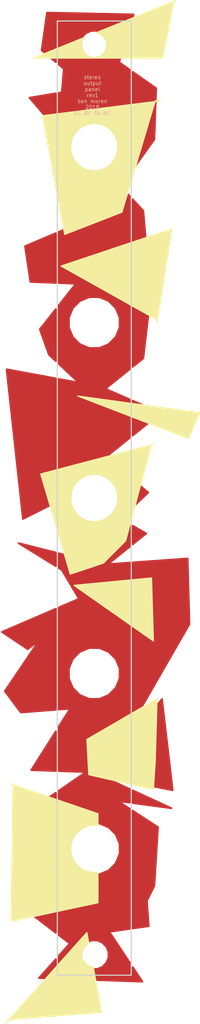
<source format=kicad_pcb>
(kicad_pcb (version 20171130) (host pcbnew "(2018-02-10 revision a04965c)-master")

  (general
    (thickness 1.6)
    (drawings 24)
    (tracks 0)
    (zones 0)
    (modules 8)
    (nets 1)
  )

  (page A4)
  (layers
    (0 F.Cu signal)
    (31 B.Cu signal)
    (32 B.Adhes user)
    (33 F.Adhes user)
    (34 B.Paste user)
    (35 F.Paste user)
    (36 B.SilkS user)
    (37 F.SilkS user)
    (38 B.Mask user)
    (39 F.Mask user)
    (40 Dwgs.User user)
    (41 Cmts.User user)
    (42 Eco1.User user)
    (43 Eco2.User user)
    (44 Edge.Cuts user)
    (45 Margin user)
    (46 B.CrtYd user)
    (47 F.CrtYd user)
    (48 B.Fab user)
    (49 F.Fab user)
  )

  (setup
    (last_trace_width 0.25)
    (trace_clearance 0.2)
    (zone_clearance 0)
    (zone_45_only no)
    (trace_min 0.2)
    (segment_width 0.2)
    (edge_width 0.15)
    (via_size 0.8)
    (via_drill 0.4)
    (via_min_size 0.4)
    (via_min_drill 0.3)
    (uvia_size 0.3)
    (uvia_drill 0.1)
    (uvias_allowed no)
    (uvia_min_size 0.2)
    (uvia_min_drill 0.1)
    (pcb_text_width 0.3)
    (pcb_text_size 1.5 1.5)
    (mod_edge_width 0.15)
    (mod_text_size 1 1)
    (mod_text_width 0.15)
    (pad_size 1.524 1.524)
    (pad_drill 0.762)
    (pad_to_mask_clearance 0.2)
    (aux_axis_origin 0 0)
    (visible_elements FEFFFF7F)
    (pcbplotparams
      (layerselection 0x010fc_ffffffff)
      (usegerberextensions false)
      (usegerberattributes false)
      (usegerberadvancedattributes false)
      (creategerberjobfile false)
      (excludeedgelayer true)
      (linewidth 0.100000)
      (plotframeref false)
      (viasonmask false)
      (mode 1)
      (useauxorigin false)
      (hpglpennumber 1)
      (hpglpenspeed 20)
      (hpglpendiameter 15)
      (psnegative false)
      (psa4output false)
      (plotreference true)
      (plotvalue true)
      (plotinvisibletext false)
      (padsonsilk false)
      (subtractmaskfromsilk false)
      (outputformat 1)
      (mirror false)
      (drillshape 0)
      (scaleselection 1)
      (outputdirectory "/Users/bmoren/Desktop/module developemnt/passive stereo output/PSO_panel_rev1/gerbs/"))
  )

  (net 0 "")

  (net_class Default "This is the default net class."
    (clearance 0.2)
    (trace_width 0.25)
    (via_dia 0.8)
    (via_drill 0.4)
    (uvia_dia 0.3)
    (uvia_drill 0.1)
  )

  (module modular:jack_hole (layer F.Cu) (tedit 5A96C3B0) (tstamp 5B03BF28)
    (at 5 17)
    (descr "module 1 pin (ou trou mecanique de percage)")
    (tags DEV)
    (fp_text reference REF** (at 0 -0.25) (layer F.SilkS)
      (effects (font (size 1 1) (thickness 0.15)))
    )
    (fp_text value 1pin (at 0 0.75) (layer F.Fab)
      (effects (font (size 1 1) (thickness 0.15)))
    )
    (fp_circle (center 0 0) (end 2 0.8) (layer F.Fab) (width 0.1))
    (fp_circle (center 0 0) (end 2.6 0) (layer F.CrtYd) (width 0.05))
    (pad "" thru_hole circle (at 0 -0.01) (size 6.2 6.2) (drill 6.2) (layers *.Cu *.Mask))
  )

  (module modular:jack_hole (layer F.Cu) (tedit 5A96C3B0) (tstamp 5B03BF32)
    (at 5 40.625)
    (descr "module 1 pin (ou trou mecanique de percage)")
    (tags DEV)
    (fp_text reference REF** (at 0 -0.25) (layer F.SilkS)
      (effects (font (size 1 1) (thickness 0.15)))
    )
    (fp_text value 1pin (at 0 0.75) (layer F.Fab)
      (effects (font (size 1 1) (thickness 0.15)))
    )
    (fp_circle (center 0 0) (end 2 0.8) (layer F.Fab) (width 0.1))
    (fp_circle (center 0 0) (end 2.6 0) (layer F.CrtYd) (width 0.05))
    (pad "" thru_hole circle (at 0 -0.01) (size 6.2 6.2) (drill 6.2) (layers *.Cu *.Mask))
  )

  (module modular:jack_hole (layer F.Cu) (tedit 5A96C3B0) (tstamp 5B03BF39)
    (at 5 64.25)
    (descr "module 1 pin (ou trou mecanique de percage)")
    (tags DEV)
    (fp_text reference REF** (at 0 -0.25) (layer F.SilkS)
      (effects (font (size 1 1) (thickness 0.15)))
    )
    (fp_text value 1pin (at 0 0.75) (layer F.Fab)
      (effects (font (size 1 1) (thickness 0.15)))
    )
    (fp_circle (center 0 0) (end 2 0.8) (layer F.Fab) (width 0.1))
    (fp_circle (center 0 0) (end 2.6 0) (layer F.CrtYd) (width 0.05))
    (pad "" thru_hole circle (at 0 -0.01) (size 6.2 6.2) (drill 6.2) (layers *.Cu *.Mask))
  )

  (module modular:jack_hole (layer F.Cu) (tedit 5A96C3B0) (tstamp 5B03BF40)
    (at 5 87.875)
    (descr "module 1 pin (ou trou mecanique de percage)")
    (tags DEV)
    (fp_text reference REF** (at 0 -0.25) (layer F.SilkS)
      (effects (font (size 1 1) (thickness 0.15)))
    )
    (fp_text value 1pin (at 0 0.75) (layer F.Fab)
      (effects (font (size 1 1) (thickness 0.15)))
    )
    (fp_circle (center 0 0) (end 2 0.8) (layer F.Fab) (width 0.1))
    (fp_circle (center 0 0) (end 2.6 0) (layer F.CrtYd) (width 0.05))
    (pad "" thru_hole circle (at 0 -0.01) (size 6.2 6.2) (drill 6.2) (layers *.Cu *.Mask))
  )

  (module modular:jack_hole (layer F.Cu) (tedit 5A96C3B0) (tstamp 5B03BF47)
    (at 5 111.5)
    (descr "module 1 pin (ou trou mecanique de percage)")
    (tags DEV)
    (fp_text reference REF** (at 0 -0.25) (layer F.SilkS)
      (effects (font (size 1 1) (thickness 0.15)))
    )
    (fp_text value 1pin (at 0 0.75) (layer F.Fab)
      (effects (font (size 1 1) (thickness 0.15)))
    )
    (fp_circle (center 0 0) (end 2 0.8) (layer F.Fab) (width 0.1))
    (fp_circle (center 0 0) (end 2.6 0) (layer F.CrtYd) (width 0.05))
    (pad "" thru_hole circle (at 0 -0.01) (size 6.2 6.2) (drill 6.2) (layers *.Cu *.Mask))
  )

  (module modular:1pin_no_silk_outline (layer F.Cu) (tedit 5AAB0C24) (tstamp 5B03FA9E)
    (at 5 3.248)
    (descr "module 1 pin (ou trou mecanique de percage)")
    (tags DEV)
    (fp_text reference REF** (at 0.05588 -0.70358) (layer F.SilkS) hide
      (effects (font (size 0.2 0.2) (thickness 0.05)))
    )
    (fp_text value 1pin (at -0.11176 0.5715) (layer F.Fab) hide
      (effects (font (size 0.2 0.2) (thickness 0.05)))
    )
    (pad "" thru_hole circle (at 0 0) (size 3.2 3.2) (drill 3.2) (layers *.Cu *.Mask))
  )

  (module modular:1pin_no_silk_outline (layer F.Cu) (tedit 5AAB0C24) (tstamp 5B03FAB5)
    (at 5 125.748)
    (descr "module 1 pin (ou trou mecanique de percage)")
    (tags DEV)
    (fp_text reference REF** (at 0.05588 -0.70358) (layer F.SilkS) hide
      (effects (font (size 0.2 0.2) (thickness 0.05)))
    )
    (fp_text value 1pin (at -0.11176 0.5715) (layer F.Fab) hide
      (effects (font (size 0.2 0.2) (thickness 0.05)))
    )
    (pad "" thru_hole circle (at 0 0) (size 3.2 3.2) (drill 3.2) (layers *.Cu *.Mask))
  )

  (module modular:stereo_output_rev1_graphics (layer F.Cu) (tedit 0) (tstamp 5B0436CA)
    (at 5 64.25)
    (fp_text reference G*** (at 0 0) (layer F.SilkS) hide
      (effects (font (size 1.524 1.524) (thickness 0.3)))
    )
    (fp_text value LOGO (at 0.75 0) (layer F.SilkS) hide
      (effects (font (size 1.524 1.524) (thickness 0.3)))
    )
    (fp_poly (pts (xy -3.007084 -57.71506) (xy -2.923892 -57.702445) (xy -2.862627 -57.692586) (xy -2.820073 -57.684627)
      (xy -2.793013 -57.677709) (xy -2.778234 -57.670975) (xy -2.772519 -57.663568) (xy -2.772654 -57.654629)
      (xy -2.773084 -57.65265) (xy -2.777495 -57.628685) (xy -2.784114 -57.586838) (xy -2.791809 -57.534407)
      (xy -2.795394 -57.508776) (xy -2.803742 -57.457846) (xy -2.812813 -57.418087) (xy -2.821209 -57.395028)
      (xy -2.825005 -57.391465) (xy -2.842115 -57.393406) (xy -2.878999 -57.39858) (xy -2.930348 -57.406215)
      (xy -2.990854 -57.415539) (xy -2.995155 -57.416213) (xy -3.066885 -57.426757) (xy -3.120244 -57.432514)
      (xy -3.161747 -57.433771) (xy -3.197912 -57.43082) (xy -3.223755 -57.426361) (xy -3.306285 -57.398837)
      (xy -3.371837 -57.353191) (xy -3.417424 -57.293582) (xy -3.434693 -57.258607) (xy -3.439161 -57.235248)
      (xy -3.432332 -57.214132) (xy -3.430676 -57.211032) (xy -3.415884 -57.194965) (xy -3.383742 -57.166809)
      (xy -3.337565 -57.12924) (xy -3.280668 -57.084935) (xy -3.216366 -57.036571) (xy -3.196642 -57.022049)
      (xy -2.978681 -56.862347) (xy -2.942012 -56.768049) (xy -2.923682 -56.718733) (xy -2.91377 -56.681911)
      (xy -2.910938 -56.64696) (xy -2.913848 -56.603259) (xy -2.917352 -56.57215) (xy -2.923366 -56.527834)
      (xy -2.931182 -56.49204) (xy -2.943454 -56.4583) (xy -2.962839 -56.420143) (xy -2.991991 -56.371099)
      (xy -3.014985 -56.334217) (xy -3.048465 -56.281852) (xy -3.07795 -56.237483) (xy -3.100436 -56.205511)
      (xy -3.112915 -56.19034) (xy -3.113486 -56.189923) (xy -3.12969 -56.183824) (xy -3.164148 -56.173)
      (xy -3.211193 -56.159046) (xy -3.265156 -56.143557) (xy -3.320372 -56.128125) (xy -3.37117 -56.114346)
      (xy -3.411883 -56.103814) (xy -3.436844 -56.098123) (xy -3.4417 -56.097602) (xy -3.455668 -56.099953)
      (xy -3.490699 -56.105605) (xy -3.542765 -56.113917) (xy -3.607839 -56.124245) (xy -3.681892 -56.135946)
      (xy -3.682378 -56.136023) (xy -3.756371 -56.147901) (xy -3.821288 -56.158723) (xy -3.87313 -56.167791)
      (xy -3.907898 -56.174403) (xy -3.921594 -56.177861) (xy -3.921608 -56.177875) (xy -3.921512 -56.19104)
      (xy -3.918214 -56.222865) (xy -3.912596 -56.267244) (xy -3.905541 -56.318072) (xy -3.897934 -56.369245)
      (xy -3.890656 -56.414657) (xy -3.884591 -56.448203) (xy -3.880623 -56.463777) (xy -3.880189 -56.4642)
      (xy -3.867264 -56.462373) (xy -3.83391 -56.457363) (xy -3.784797 -56.44988) (xy -3.724597 -56.440632)
      (xy -3.707078 -56.437929) (xy -3.608799 -56.424551) (xy -3.53045 -56.418548) (xy -3.467548 -56.420276)
      (xy -3.41561 -56.430093) (xy -3.370154 -56.448357) (xy -3.338353 -56.467318) (xy -3.292539 -56.505784)
      (xy -3.258796 -56.549323) (xy -3.240133 -56.592514) (xy -3.23956 -56.629932) (xy -3.243171 -56.638863)
      (xy -3.257492 -56.654313) (xy -3.289176 -56.681919) (xy -3.334944 -56.71904) (xy -3.391516 -56.763035)
      (xy -3.45561 -56.811262) (xy -3.47589 -56.826216) (xy -3.694007 -56.986287) (xy -3.733479 -57.089656)
      (xy -3.752368 -57.140461) (xy -3.763096 -57.176743) (xy -3.766769 -57.207627) (xy -3.764487 -57.24224)
      (xy -3.757527 -57.288646) (xy -3.748947 -57.333679) (xy -3.73749 -57.372496) (xy -3.72018 -57.411947)
      (xy -3.694041 -57.458881) (xy -3.658698 -57.516037) (xy -3.622867 -57.56987) (xy -3.589084 -57.615655)
      (xy -3.561044 -57.648656) (xy -3.543422 -57.663695) (xy -3.518059 -57.673582) (xy -3.474871 -57.687673)
      (xy -3.420627 -57.703836) (xy -3.37939 -57.715327) (xy -3.247229 -57.751071) (xy -3.007084 -57.71506)) (layer F.Mask) (width 0.01))
    (fp_poly (pts (xy -2.512224 -57.63774) (xy -2.476948 -57.633434) (xy -2.42269 -57.626049) (xy -2.352499 -57.616055)
      (xy -2.269425 -57.603919) (xy -2.176518 -57.590109) (xy -2.076825 -57.575093) (xy -1.973398 -57.559339)
      (xy -1.869285 -57.543315) (xy -1.767535 -57.527489) (xy -1.671199 -57.512329) (xy -1.583325 -57.498303)
      (xy -1.506963 -57.485878) (xy -1.445162 -57.475524) (xy -1.400972 -57.467707) (xy -1.377441 -57.462896)
      (xy -1.374428 -57.461861) (xy -1.373579 -57.447612) (xy -1.376028 -57.414677) (xy -1.380926 -57.369428)
      (xy -1.387421 -57.318238) (xy -1.394664 -57.267479) (xy -1.401805 -57.223524) (xy -1.407993 -57.192746)
      (xy -1.411797 -57.181771) (xy -1.4253 -57.182026) (xy -1.459621 -57.185777) (xy -1.510498 -57.192472)
      (xy -1.573674 -57.201561) (xy -1.623595 -57.209156) (xy -1.692806 -57.219626) (xy -1.752632 -57.228135)
      (xy -1.798846 -57.234127) (xy -1.827221 -57.237042) (xy -1.83422 -57.236937) (xy -1.836758 -57.223903)
      (xy -1.842696 -57.188113) (xy -1.851668 -57.13193) (xy -1.863305 -57.057715) (xy -1.877242 -56.967833)
      (xy -1.893109 -56.864644) (xy -1.910539 -56.750513) (xy -1.929165 -56.627801) (xy -1.935659 -56.58485)
      (xy -1.954717 -56.459063) (xy -1.972797 -56.340482) (xy -1.989516 -56.231556) (xy -2.004495 -56.134737)
      (xy -2.017351 -56.052473) (xy -2.027703 -55.987214) (xy -2.035169 -55.94141) (xy -2.039369 -55.917512)
      (xy -2.039951 -55.914925) (xy -2.044647 -55.90423) (xy -2.053967 -55.897736) (xy -2.071914 -55.895449)
      (xy -2.102493 -55.897372) (xy -2.149707 -55.903512) (xy -2.21756 -55.913872) (xy -2.225675 -55.915147)
      (xy -2.278017 -55.924112) (xy -2.319409 -55.932598) (xy -2.344488 -55.939424) (xy -2.3495 -55.9424)
      (xy -2.34764 -55.956083) (xy -2.342296 -55.99253) (xy -2.33382 -56.049396) (xy -2.322566 -56.124338)
      (xy -2.308887 -56.215011) (xy -2.293136 -56.31907) (xy -2.275668 -56.434172) (xy -2.256834 -56.557972)
      (xy -2.248019 -56.615825) (xy -2.228772 -56.74261) (xy -2.210864 -56.861631) (xy -2.194633 -56.970562)
      (xy -2.180419 -57.067078) (xy -2.16856 -57.148853) (xy -2.159395 -57.21356) (xy -2.153263 -57.258875)
      (xy -2.150502 -57.282471) (xy -2.150455 -57.285388) (xy -2.163684 -57.288578) (xy -2.197709 -57.294862)
      (xy -2.248216 -57.303496) (xy -2.310893 -57.313734) (xy -2.355144 -57.320744) (xy -2.423633 -57.331823)
      (xy -2.482979 -57.342094) (xy -2.528779 -57.350741) (xy -2.556628 -57.356949) (xy -2.562967 -57.359234)
      (xy -2.563678 -57.373335) (xy -2.561118 -57.406129) (xy -2.556141 -57.451245) (xy -2.549605 -57.502313)
      (xy -2.542363 -57.552964) (xy -2.535271 -57.596827) (xy -2.529185 -57.627532) (xy -2.525468 -57.638501)
      (xy -2.512224 -57.63774)) (layer F.Mask) (width 0.01))
    (fp_poly (pts (xy -1.097846 -57.426072) (xy -1.062809 -57.421686) (xy -1.008417 -57.414243) (xy -0.937544 -57.404152)
      (xy -0.853062 -57.391819) (xy -0.757846 -57.377653) (xy -0.670388 -57.364442) (xy -0.233175 -57.297951)
      (xy -0.253727 -57.16092) (xy -0.26274 -57.104616) (xy -0.271269 -57.05803) (xy -0.278239 -57.026655)
      (xy -0.282008 -57.01616) (xy -0.295602 -57.016214) (xy -0.329884 -57.019525) (xy -0.380437 -57.025481)
      (xy -0.442846 -57.033472) (xy -0.512695 -57.042886) (xy -0.585567 -57.053112) (xy -0.657047 -57.063538)
      (xy -0.722718 -57.073555) (xy -0.778166 -57.082549) (xy -0.818972 -57.089911) (xy -0.827397 -57.091645)
      (xy -0.837284 -57.089919) (xy -0.845564 -57.07739) (xy -0.853453 -57.05019) (xy -0.862168 -57.004457)
      (xy -0.869777 -56.956966) (xy -0.877921 -56.900587) (xy -0.883615 -56.85413) (xy -0.886277 -56.822899)
      (xy -0.885706 -56.812273) (xy -0.871975 -56.808726) (xy -0.837191 -56.802232) (xy -0.785439 -56.793483)
      (xy -0.720804 -56.783173) (xy -0.652826 -56.772805) (xy -0.580237 -56.761934) (xy -0.517046 -56.752416)
      (xy -0.467245 -56.744857) (xy -0.434826 -56.739862) (xy -0.423768 -56.738047) (xy -0.424202 -56.725745)
      (xy -0.428413 -56.694648) (xy -0.435327 -56.650894) (xy -0.44387 -56.60062) (xy -0.452967 -56.549964)
      (xy -0.461543 -56.505062) (xy -0.468525 -56.472052) (xy -0.472837 -56.457072) (xy -0.472995 -56.456873)
      (xy -0.487393 -56.456244) (xy -0.522726 -56.459139) (xy -0.574844 -56.465089) (xy -0.639597 -56.473626)
      (xy -0.705005 -56.483096) (xy -0.777291 -56.493716) (xy -0.840378 -56.502492) (xy -0.890194 -56.508896)
      (xy -0.922664 -56.512401) (xy -0.933695 -56.512639) (xy -0.937803 -56.498262) (xy -0.944283 -56.46374)
      (xy -0.952459 -56.413889) (xy -0.961659 -56.353526) (xy -0.971208 -56.287468) (xy -0.980434 -56.220533)
      (xy -0.988661 -56.157537) (xy -0.995218 -56.103297) (xy -0.999429 -56.06263) (xy -1.000622 -56.040353)
      (xy -1.000122 -56.037688) (xy -0.985853 -56.033586) (xy -0.950243 -56.026404) (xy -0.897071 -56.016813)
      (xy -0.830115 -56.005488) (xy -0.753157 -55.993101) (xy -0.724595 -55.988645) (xy -0.645018 -55.976037)
      (xy -0.574113 -55.964243) (xy -0.515661 -55.953939) (xy -0.473445 -55.9458) (xy -0.451248 -55.9405)
      (xy -0.44891 -55.939443) (xy -0.448339 -55.925517) (xy -0.450948 -55.892835) (xy -0.455899 -55.847719)
      (xy -0.462354 -55.796494) (xy -0.469475 -55.745482) (xy -0.476426 -55.701008) (xy -0.482369 -55.669395)
      (xy -0.486315 -55.657037) (xy -0.499025 -55.658471) (xy -0.533938 -55.663341) (xy -0.588155 -55.671217)
      (xy -0.658774 -55.681672) (xy -0.742896 -55.694275) (xy -0.837618 -55.7086) (xy -0.917226 -55.720727)
      (xy -1.018501 -55.736377) (xy -1.111657 -55.751109) (xy -1.193748 -55.764431) (xy -1.261829 -55.775852)
      (xy -1.312954 -55.784878) (xy -1.344177 -55.791019) (xy -1.352807 -55.793474) (xy -1.3519 -55.806548)
      (xy -1.347539 -55.842176) (xy -1.340102 -55.8978) (xy -1.32997 -55.970864) (xy -1.31752 -56.058811)
      (xy -1.303133 -56.159086) (xy -1.287186 -56.269133) (xy -1.270058 -56.386394) (xy -1.252129 -56.508313)
      (xy -1.233778 -56.632334) (xy -1.215384 -56.755901) (xy -1.197325 -56.876458) (xy -1.17998 -56.991447)
      (xy -1.163729 -57.098313) (xy -1.148951 -57.1945) (xy -1.136023 -57.27745) (xy -1.125326 -57.344608)
      (xy -1.117238 -57.393418) (xy -1.112139 -57.421322) (xy -1.110653 -57.426992) (xy -1.097846 -57.426072)) (layer F.Mask) (width 0.01))
    (fp_poly (pts (xy 0.13122 -57.233453) (xy 0.166609 -57.229551) (xy 0.220712 -57.222596) (xy 0.290336 -57.213016)
      (xy 0.372289 -57.20124) (xy 0.46338 -57.1877) (xy 0.48533 -57.184375) (xy 0.847382 -57.129337)
      (xy 0.972966 -57.048815) (xy 1.023974 -57.015231) (xy 1.067772 -56.984763) (xy 1.099428 -56.960948)
      (xy 1.113538 -56.948021) (xy 1.122482 -56.928309) (xy 1.135816 -56.889529) (xy 1.151751 -56.837248)
      (xy 1.1685 -56.777037) (xy 1.168821 -56.775829) (xy 1.185639 -56.711183) (xy 1.196363 -56.664227)
      (xy 1.201674 -56.628171) (xy 1.202254 -56.596227) (xy 1.198784 -56.561606) (xy 1.193673 -56.528179)
      (xy 1.183561 -56.475171) (xy 1.170478 -56.43567) (xy 1.149671 -56.399061) (xy 1.116386 -56.354728)
      (xy 1.115504 -56.353619) (xy 1.077581 -56.309073) (xy 1.037518 -56.266901) (xy 1.003749 -56.235963)
      (xy 1.002639 -56.235077) (xy 0.968016 -56.20214) (xy 0.954972 -56.171304) (xy 0.962636 -56.135943)
      (xy 0.984558 -56.097712) (xy 1.004884 -56.061832) (xy 1.028832 -56.012016) (xy 1.051618 -55.958296)
      (xy 1.054171 -55.951741) (xy 1.091725 -55.854214) (xy 1.060212 -55.649863) (xy 1.049598 -55.580368)
      (xy 1.040509 -55.519584) (xy 1.033599 -55.471988) (xy 1.029521 -55.442058) (xy 1.0287 -55.434156)
      (xy 1.027098 -55.428468) (xy 1.019728 -55.425474) (xy 1.002741 -55.425432) (xy 0.972286 -55.428598)
      (xy 0.924516 -55.435229) (xy 0.855581 -55.445582) (xy 0.854075 -55.445812) (xy 0.801207 -55.453456)
      (xy 0.764004 -55.460401) (xy 0.740375 -55.470713) (xy 0.728228 -55.488457) (xy 0.725472 -55.517698)
      (xy 0.730015 -55.562502) (xy 0.739767 -55.626933) (xy 0.744587 -55.658639) (xy 0.755707 -55.749167)
      (xy 0.758329 -55.820511) (xy 0.751911 -55.87761) (xy 0.735913 -55.925401) (xy 0.710698 -55.967578)
      (xy 0.667612 -56.013578) (xy 0.61029 -56.05028) (xy 0.535499 -56.079159) (xy 0.440005 -56.101693)
      (xy 0.402851 -56.108074) (xy 0.334827 -56.117872) (xy 0.289658 -56.121872) (xy 0.265494 -56.120179)
      (xy 0.260203 -56.11617) (xy 0.257162 -56.099985) (xy 0.251016 -56.062529) (xy 0.242368 -56.007661)
      (xy 0.231824 -55.939238) (xy 0.219989 -55.861117) (xy 0.215206 -55.8292) (xy 0.203202 -55.74925)
      (xy 0.192444 -55.67833) (xy 0.183494 -55.620088) (xy 0.176915 -55.578173) (xy 0.173269 -55.556233)
      (xy 0.172751 -55.553857) (xy 0.160185 -55.554424) (xy 0.128537 -55.558389) (xy 0.083752 -55.564814)
      (xy 0.031775 -55.572758) (xy -0.021449 -55.581283) (xy -0.069976 -55.589449) (xy -0.10786 -55.596316)
      (xy -0.129156 -55.600946) (xy -0.131699 -55.601962) (xy -0.130602 -55.615063) (xy -0.125963 -55.650703)
      (xy -0.118173 -55.706324) (xy -0.107621 -55.779371) (xy -0.0947 -55.867289) (xy -0.079799 -55.967522)
      (xy -0.063309 -56.077513) (xy -0.045621 -56.194707) (xy -0.027126 -56.316549) (xy -0.011502 -56.418939)
      (xy 0.308596 -56.418939) (xy 0.321211 -56.416498) (xy 0.352632 -56.411287) (xy 0.396542 -56.404286)
      (xy 0.446627 -56.396475) (xy 0.496569 -56.388833) (xy 0.540053 -56.382339) (xy 0.570762 -56.377974)
      (xy 0.580399 -56.376787) (xy 0.600739 -56.378452) (xy 0.636416 -56.384327) (xy 0.662949 -56.389622)
      (xy 0.74368 -56.417788) (xy 0.808471 -56.46366) (xy 0.854707 -56.525366) (xy 0.855912 -56.5277)
      (xy 0.873177 -56.565938) (xy 0.878535 -56.595929) (xy 0.873739 -56.630841) (xy 0.87113 -56.642)
      (xy 0.846949 -56.709927) (xy 0.809185 -56.764948) (xy 0.755411 -56.808718) (xy 0.683198 -56.84289)
      (xy 0.590119 -56.86912) (xy 0.518046 -56.882572) (xy 0.382042 -56.904258) (xy 0.37532 -56.871554)
      (xy 0.370579 -56.845148) (xy 0.363519 -56.801697) (xy 0.354853 -56.746029) (xy 0.345291 -56.682969)
      (xy 0.335546 -56.617346) (xy 0.326328 -56.553985) (xy 0.318351 -56.497714) (xy 0.312324 -56.45336)
      (xy 0.30896 -56.425749) (xy 0.308596 -56.418939) (xy -0.011502 -56.418939) (xy -0.008214 -56.440482)
      (xy 0.010725 -56.56395) (xy 0.029299 -56.684398) (xy 0.047118 -56.79927) (xy 0.063791 -56.90601)
      (xy 0.078928 -57.002062) (xy 0.092138 -57.084871) (xy 0.10303 -57.151881) (xy 0.111214 -57.200535)
      (xy 0.116298 -57.228278) (xy 0.117736 -57.23387) (xy 0.13122 -57.233453)) (layer F.Mask) (width 0.01))
    (fp_poly (pts (xy 1.590788 -57.015115) (xy 1.62567 -57.010612) (xy 1.678582 -57.003131) (xy 1.746006 -56.993222)
      (xy 1.824422 -56.981433) (xy 1.91031 -56.968312) (xy 2.00015 -56.954409) (xy 2.090423 -56.940272)
      (xy 2.177608 -56.92645) (xy 2.258185 -56.913492) (xy 2.328636 -56.901947) (xy 2.38544 -56.892363)
      (xy 2.425077 -56.885289) (xy 2.444028 -56.881274) (xy 2.445114 -56.880819) (xy 2.445894 -56.866431)
      (xy 2.443115 -56.832282) (xy 2.437316 -56.783678) (xy 2.430131 -56.733086) (xy 2.420522 -56.671884)
      (xy 2.412901 -56.631757) (xy 2.405818 -56.608611) (xy 2.397827 -56.598356) (xy 2.387477 -56.596897)
      (xy 2.382277 -56.597877) (xy 2.352254 -56.60372) (xy 2.304994 -56.611661) (xy 2.24499 -56.621064)
      (xy 2.176734 -56.631294) (xy 2.104719 -56.641717) (xy 2.033435 -56.651697) (xy 1.967375 -56.6606)
      (xy 1.911032 -56.66779) (xy 1.868896 -56.672632) (xy 1.845461 -56.674491) (xy 1.842263 -56.674222)
      (xy 1.837597 -56.660654) (xy 1.830856 -56.628334) (xy 1.82303 -56.583727) (xy 1.815108 -56.533296)
      (xy 1.808081 -56.483504) (xy 1.802939 -56.440814) (xy 1.800672 -56.41169) (xy 1.800917 -56.404288)
      (xy 1.813341 -56.399366) (xy 1.846884 -56.391616) (xy 1.89752 -56.381824) (xy 1.961228 -56.37077)
      (xy 2.026494 -56.36038) (xy 2.098832 -56.349078) (xy 2.162043 -56.33875) (xy 2.212018 -56.330102)
      (xy 2.244649 -56.323845) (xy 2.255781 -56.320852) (xy 2.255714 -56.307627) (xy 2.252644 -56.275536)
      (xy 2.247407 -56.230821) (xy 2.240834 -56.179725) (xy 2.233759 -56.12849) (xy 2.227015 -56.083359)
      (xy 2.221434 -56.050573) (xy 2.217851 -56.036377) (xy 2.217813 -56.036334) (xy 2.205182 -56.037434)
      (xy 2.171456 -56.04196) (xy 2.120623 -56.049333) (xy 2.056669 -56.058976) (xy 1.98725 -56.069736)
      (xy 1.914283 -56.080901) (xy 1.850406 -56.090136) (xy 1.799667 -56.096899) (xy 1.766118 -56.10065)
      (xy 1.753865 -56.100935) (xy 1.750868 -56.088101) (xy 1.744764 -56.054924) (xy 1.736326 -56.006166)
      (xy 1.726326 -55.946585) (xy 1.715538 -55.880941) (xy 1.704734 -55.813995) (xy 1.694689 -55.750505)
      (xy 1.686174 -55.695232) (xy 1.679965 -55.652935) (xy 1.676832 -55.628374) (xy 1.676612 -55.62533)
      (xy 1.688533 -55.621541) (xy 1.722076 -55.614757) (xy 1.773718 -55.605588) (xy 1.839939 -55.594646)
      (xy 1.917217 -55.582543) (xy 1.963006 -55.575634) (xy 2.054944 -55.56184) (xy 2.124701 -55.550944)
      (xy 2.175239 -55.542218) (xy 2.209518 -55.53493) (xy 2.230496 -55.528352) (xy 2.241135 -55.521752)
      (xy 2.244393 -55.5144) (xy 2.243443 -55.506454) (xy 2.239019 -55.48244) (xy 2.23239 -55.44055)
      (xy 2.224689 -55.388092) (xy 2.221106 -55.362475) (xy 2.212977 -55.307253) (xy 2.205931 -55.272667)
      (xy 2.198287 -55.254104) (xy 2.188366 -55.246952) (xy 2.178795 -55.246281) (xy 2.160279 -55.248481)
      (xy 2.119835 -55.25413) (xy 2.060633 -55.262759) (xy 1.985842 -55.273896) (xy 1.898629 -55.287072)
      (xy 1.802164 -55.301816) (xy 1.737005 -55.311862) (xy 1.623961 -55.329412) (xy 1.533554 -55.343695)
      (xy 1.46331 -55.355258) (xy 1.410752 -55.364652) (xy 1.373407 -55.372423) (xy 1.348799 -55.379121)
      (xy 1.334455 -55.385294) (xy 1.327897 -55.391492) (xy 1.326653 -55.398262) (xy 1.327389 -55.402657)
      (xy 1.330312 -55.4196) (xy 1.336689 -55.459446) (xy 1.346181 -55.519983) (xy 1.358445 -55.598998)
      (xy 1.37314 -55.69428) (xy 1.389927 -55.803615) (xy 1.408463 -55.924794) (xy 1.428407 -56.055602)
      (xy 1.44942 -56.193828) (xy 1.453592 -56.221326) (xy 1.474667 -56.359913) (xy 1.49468 -56.49087)
      (xy 1.513301 -56.612072) (xy 1.530197 -56.721392) (xy 1.545037 -56.816705) (xy 1.55749 -56.895883)
      (xy 1.567225 -56.956803) (xy 1.573911 -56.997336) (xy 1.577215 -57.015357) (xy 1.577458 -57.016092)
      (xy 1.590788 -57.015115)) (layer F.Mask) (width 0.01))
    (fp_poly (pts (xy 3.228343 -56.767061) (xy 3.274341 -56.761839) (xy 3.330645 -56.754229) (xy 3.368166 -56.7486)
      (xy 3.424988 -56.739169) (xy 3.468104 -56.729565) (xy 3.505007 -56.716824) (xy 3.543188 -56.697986)
      (xy 3.590137 -56.670089) (xy 3.629601 -56.645254) (xy 3.686734 -56.607094) (xy 3.733342 -56.572214)
      (xy 3.765195 -56.543948) (xy 3.776842 -56.52913) (xy 3.786584 -56.503468) (xy 3.800189 -56.459692)
      (xy 3.815694 -56.40441) (xy 3.828171 -56.35625) (xy 3.863011 -56.21655) (xy 3.804425 -55.836126)
      (xy 3.745838 -55.455701) (xy 3.660867 -55.319002) (xy 3.62537 -55.262282) (xy 3.597418 -55.221698)
      (xy 3.571505 -55.193233) (xy 3.542128 -55.17287) (xy 3.50378 -55.156591) (xy 3.450958 -55.140378)
      (xy 3.394762 -55.124808) (xy 3.330145 -55.108401) (xy 3.275223 -55.098759) (xy 3.222287 -55.095646)
      (xy 3.163626 -55.09883) (xy 3.09153 -55.108078) (xy 3.051082 -55.114409) (xy 3.001038 -55.123099)
      (xy 2.962063 -55.132386) (xy 2.927504 -55.145143) (xy 2.89071 -55.164244) (xy 2.845028 -55.192563)
      (xy 2.797082 -55.224139) (xy 2.66065 -55.31485) (xy 2.574616 -55.63235) (xy 2.587704 -55.718201)
      (xy 2.91282 -55.718201) (xy 2.914406 -55.684954) (xy 2.918722 -55.653082) (xy 2.919358 -55.649413)
      (xy 2.94245 -55.56795) (xy 2.981488 -55.503849) (xy 3.039554 -55.452573) (xy 3.062867 -55.43801)
      (xy 3.101706 -55.41559) (xy 3.127415 -55.403431) (xy 3.149323 -55.399929) (xy 3.176758 -55.403484)
      (xy 3.215649 -55.411768) (xy 3.276732 -55.429239) (xy 3.327678 -55.454872) (xy 3.369919 -55.491164)
      (xy 3.404884 -55.540615) (xy 3.434004 -55.605721) (xy 3.458708 -55.688983) (xy 3.480426 -55.792897)
      (xy 3.498593 -55.906078) (xy 3.510888 -55.993197) (xy 3.519258 -56.059858) (xy 3.524003 -56.110648)
      (xy 3.525424 -56.150154) (xy 3.523823 -56.182965) (xy 3.519499 -56.213667) (xy 3.518965 -56.216603)
      (xy 3.493945 -56.298209) (xy 3.450928 -56.36312) (xy 3.38746 -56.414728) (xy 3.367311 -56.426384)
      (xy 3.326981 -56.447184) (xy 3.298035 -56.457097) (xy 3.269853 -56.457919) (xy 3.231814 -56.45145)
      (xy 3.226142 -56.450281) (xy 3.164222 -56.432832) (xy 3.112517 -56.40681) (xy 3.069586 -56.369742)
      (xy 3.033988 -56.319157) (xy 3.00428 -56.25258) (xy 2.979021 -56.16754) (xy 2.956771 -56.061563)
      (xy 2.940095 -55.959556) (xy 2.9276 -55.873499) (xy 2.9191 -55.807741) (xy 2.914279 -55.757552)
      (xy 2.91282 -55.718201) (xy 2.587704 -55.718201) (xy 2.63334 -56.01754) (xy 2.692064 -56.402729)
      (xy 2.770315 -56.528451) (xy 2.803315 -56.580218) (xy 2.833455 -56.625247) (xy 2.857166 -56.65834)
      (xy 2.869921 -56.673498) (xy 2.891547 -56.685223) (xy 2.931688 -56.700593) (xy 2.984054 -56.717787)
      (xy 3.042355 -56.734987) (xy 3.100301 -56.750371) (xy 3.151601 -56.762121) (xy 3.189965 -56.768417)
      (xy 3.200025 -56.769001) (xy 3.228343 -56.767061)) (layer F.Mask) (width 0.01))
    (fp_poly (pts (xy 2.388229 -41.874791) (xy 2.392476 -41.861405) (xy 2.402611 -41.825176) (xy 2.418171 -41.767856)
      (xy 2.438694 -41.691195) (xy 2.463719 -41.596945) (xy 2.492782 -41.486857) (xy 2.525423 -41.362682)
      (xy 2.561177 -41.226171) (xy 2.599584 -41.079075) (xy 2.640181 -40.923144) (xy 2.682505 -40.760131)
      (xy 2.684017 -40.7543) (xy 2.726447 -40.590655) (xy 2.767141 -40.433721) (xy 2.805638 -40.285282)
      (xy 2.841474 -40.147123) (xy 2.874186 -40.021028) (xy 2.90331 -39.908781) (xy 2.928385 -39.812168)
      (xy 2.948947 -39.732971) (xy 2.964533 -39.672975) (xy 2.97468 -39.633965) (xy 2.978926 -39.617725)
      (xy 2.978946 -39.61765) (xy 2.979585 -39.607929) (xy 2.973604 -39.599219) (xy 2.957743 -39.590245)
      (xy 2.928741 -39.579729) (xy 2.883337 -39.566397) (xy 2.818272 -39.548971) (xy 2.774227 -39.537516)
      (xy 2.704983 -39.519857) (xy 2.644916 -39.505028) (xy 2.598057 -39.493985) (xy 2.56844 -39.487683)
      (xy 2.559853 -39.486716) (xy 2.556155 -39.499464) (xy 2.546813 -39.53415) (xy 2.532524 -39.588118)
      (xy 2.513984 -39.658711) (xy 2.491891 -39.743272) (xy 2.466942 -39.839144) (xy 2.439835 -39.943671)
      (xy 2.43218 -39.97325) (xy 2.404148 -40.081554) (xy 2.377721 -40.183544) (xy 2.353665 -40.276276)
      (xy 2.332743 -40.356805) (xy 2.315722 -40.422187) (xy 2.303367 -40.469477) (xy 2.296442 -40.495731)
      (xy 2.295755 -40.498273) (xy 2.285636 -40.526425) (xy 2.271664 -40.535433) (xy 2.250161 -40.532299)
      (xy 2.221259 -40.522643) (xy 2.205891 -40.513908) (xy 2.200468 -40.499324) (xy 2.190377 -40.463263)
      (xy 2.176449 -40.409046) (xy 2.159514 -40.339993) (xy 2.140404 -40.259427) (xy 2.119949 -40.170666)
      (xy 2.11951 -40.168732) (xy 2.043387 -39.83355) (xy 2.064654 -39.75362) (xy 2.074319 -39.711414)
      (xy 2.078759 -39.679355) (xy 2.077236 -39.665004) (xy 2.061895 -39.658301) (xy 2.02754 -39.647412)
      (xy 1.979092 -39.633585) (xy 1.921471 -39.618068) (xy 1.859599 -39.602109) (xy 1.798396 -39.586956)
      (xy 1.742782 -39.573857) (xy 1.697679 -39.564061) (xy 1.668008 -39.558815) (xy 1.658617 -39.558825)
      (xy 1.653506 -39.574708) (xy 1.64518 -39.607483) (xy 1.637894 -39.639115) (xy 1.632282 -39.661503)
      (xy 1.624715 -39.682586) (xy 1.613198 -39.705048) (xy 1.595739 -39.731575) (xy 1.570344 -39.764851)
      (xy 1.53502 -39.807561) (xy 1.487774 -39.862391) (xy 1.426611 -39.932026) (xy 1.388037 -39.975665)
      (xy 1.31817 -40.054335) (xy 1.262831 -40.115794) (xy 1.219945 -40.162056) (xy 1.18744 -40.195135)
      (xy 1.163242 -40.217043) (xy 1.145277 -40.229795) (xy 1.131472 -40.235403) (xy 1.120013 -40.235913)
      (xy 1.091141 -40.229708) (xy 1.076278 -40.222532) (xy 1.077336 -40.208642) (xy 1.08429 -40.172792)
      (xy 1.096527 -40.117573) (xy 1.113432 -40.045575) (xy 1.134389 -39.959392) (xy 1.158784 -39.861612)
      (xy 1.186001 -39.754828) (xy 1.201444 -39.695145) (xy 1.229888 -39.58459) (xy 1.25578 -39.481624)
      (xy 1.278513 -39.388843) (xy 1.297478 -39.308843) (xy 1.312065 -39.244221) (xy 1.321666 -39.197573)
      (xy 1.325673 -39.171494) (xy 1.325315 -39.166895) (xy 1.309861 -39.160449) (xy 1.274148 -39.149206)
      (xy 1.222578 -39.134444) (xy 1.159555 -39.117438) (xy 1.114589 -39.1058) (xy 0.914729 -39.054912)
      (xy 0.902443 -39.101331) (xy 0.89746 -39.120382) (xy 0.886577 -39.162159) (xy 0.870275 -39.224804)
      (xy 0.849038 -39.30646) (xy 0.823349 -39.405267) (xy 0.793691 -39.519367) (xy 0.760547 -39.646903)
      (xy 0.7244 -39.786016) (xy 0.685732 -39.934847) (xy 0.645028 -40.09154) (xy 0.609778 -40.22725)
      (xy 0.567918 -40.388378) (xy 0.527808 -40.542688) (xy 0.489919 -40.68838) (xy 0.454719 -40.823652)
      (xy 0.422678 -40.946703) (xy 0.394265 -41.055733) (xy 0.36995 -41.14894) (xy 0.350201 -41.224522)
      (xy 0.335489 -41.28068) (xy 0.326282 -41.315611) (xy 0.32312 -41.327318) (xy 0.324557 -41.337809)
      (xy 0.338189 -41.347832) (xy 0.367691 -41.358967) (xy 0.416738 -41.372793) (xy 0.446739 -41.380457)
      (xy 0.576639 -41.41303) (xy 0.659159 -41.36361) (xy 0.722401 -41.318469) (xy 0.789951 -41.257598)
      (xy 0.831214 -41.214229) (xy 0.862 -41.179951) (xy 0.906949 -41.130031) (xy 0.963181 -41.06766)
      (xy 1.027818 -40.996029) (xy 1.097981 -40.91833) (xy 1.170789 -40.837755) (xy 1.206948 -40.797759)
      (xy 1.284735 -40.711585) (xy 1.347194 -40.641853) (xy 1.39613 -40.586256) (xy 1.433348 -40.542482)
      (xy 1.460652 -40.508225) (xy 1.479847 -40.481173) (xy 1.492738 -40.459019) (xy 1.501129 -40.439453)
      (xy 1.506824 -40.420165) (xy 1.50889 -40.4114) (xy 1.518835 -40.37278) (xy 1.531273 -40.347608)
      (xy 1.55254 -40.328022) (xy 1.588972 -40.306161) (xy 1.597525 -40.301435) (xy 1.638282 -40.280043)
      (xy 1.665263 -40.270107) (xy 1.686428 -40.269939) (xy 1.70943 -40.277723) (xy 1.744108 -40.302642)
      (xy 1.778093 -40.345157) (xy 1.783943 -40.354702) (xy 1.802697 -40.388425) (xy 1.811942 -40.414333)
      (xy 1.813086 -40.44229) (xy 1.807542 -40.48216) (xy 1.804582 -40.499064) (xy 1.801104 -40.519553)
      (xy 1.798763 -40.538742) (xy 1.798001 -40.559131) (xy 1.799264 -40.583217) (xy 1.802996 -40.6135)
      (xy 1.809641 -40.652478) (xy 1.819644 -40.702649) (xy 1.833448 -40.766512) (xy 1.851499 -40.846566)
      (xy 1.87424 -40.945309) (xy 1.902117 -41.065239) (xy 1.91548 -41.1226) (xy 1.94645 -41.255032)
      (xy 1.97253 -41.365165) (xy 1.994408 -41.455482) (xy 2.012774 -41.528465) (xy 2.028315 -41.586594)
      (xy 2.041723 -41.632353) (xy 2.053685 -41.668221) (xy 2.06489 -41.696682) (xy 2.076029 -41.720216)
      (xy 2.086849 -41.739715) (xy 2.13246 -41.817079) (xy 2.256504 -41.850556) (xy 2.309215 -41.863733)
      (xy 2.352411 -41.872563) (xy 2.380541 -41.876025) (xy 2.388229 -41.874791)) (layer F.Mask) (width 0.01))
    (fp_poly (pts (xy -0.174827 -41.192771) (xy -0.162035 -41.159197) (xy -0.147212 -41.111262) (xy -0.13373 -41.060632)
      (xy -0.098928 -40.920349) (xy -0.125492 -40.718806) (xy -0.132662 -40.668712) (xy -0.141548 -40.615415)
      (xy -0.152701 -40.556522) (xy -0.16667 -40.48964) (xy -0.184006 -40.412376) (xy -0.205261 -40.322338)
      (xy -0.230984 -40.217133) (xy -0.261727 -40.094369) (xy -0.29804 -39.951652) (xy -0.336378 -39.80247)
      (xy -0.370029 -39.67157) (xy -0.401697 -39.547597) (xy -0.430821 -39.432808) (xy -0.456837 -39.329457)
      (xy -0.479183 -39.239802) (xy -0.497295 -39.166097) (xy -0.510611 -39.110598) (xy -0.518569 -39.075562)
      (xy -0.5207 -39.063651) (xy -0.517567 -39.042904) (xy -0.508984 -39.002979) (xy -0.496182 -38.949203)
      (xy -0.48039 -38.886904) (xy -0.476537 -38.872209) (xy -0.460657 -38.81113) (xy -0.447743 -38.759759)
      (xy -0.438894 -38.722606) (xy -0.43521 -38.70418) (xy -0.435262 -38.702986) (xy -0.447931 -38.699375)
      (xy -0.480619 -38.690748) (xy -0.528719 -38.678304) (xy -0.587622 -38.663242) (xy -0.60325 -38.659271)
      (xy -0.665538 -38.643318) (xy -0.719539 -38.629219) (xy -0.76016 -38.618326) (xy -0.782303 -38.611987)
      (xy -0.784118 -38.611364) (xy -0.801444 -38.61554) (xy -0.805676 -38.622558) (xy -0.811184 -38.6415)
      (xy -0.821461 -38.678993) (xy -0.834869 -38.729009) (xy -0.845309 -38.7685) (xy -0.879152 -38.89725)
      (xy -0.852014 -39.100786) (xy -0.844649 -39.151678) (xy -0.835519 -39.205964) (xy -0.824074 -39.26604)
      (xy -0.809762 -39.334301) (xy -0.792032 -39.413141) (xy -0.770333 -39.504956) (xy -0.744115 -39.612141)
      (xy -0.712827 -39.737092) (xy -0.675917 -39.882202) (xy -0.641038 -40.01804) (xy -0.607436 -40.148957)
      (xy -0.575817 -40.273036) (xy -0.546745 -40.388007) (xy -0.520784 -40.4916) (xy -0.498497 -40.581544)
      (xy -0.480447 -40.655569) (xy -0.467196 -40.711404) (xy -0.45931 -40.746778) (xy -0.45724 -40.758905)
      (xy -0.460404 -40.78094) (xy -0.469032 -40.821967) (xy -0.481875 -40.876483) (xy -0.497684 -40.938984)
      (xy -0.500827 -40.950955) (xy -0.51654 -41.011753) (xy -0.529143 -41.063035) (xy -0.537552 -41.100186)
      (xy -0.540682 -41.118591) (xy -0.540512 -41.119723) (xy -0.52541 -41.125877) (xy -0.491179 -41.136071)
      (xy -0.443385 -41.148945) (xy -0.387591 -41.163141) (xy -0.329364 -41.177302) (xy -0.274268 -41.190069)
      (xy -0.227867 -41.200085) (xy -0.195728 -41.205991) (xy -0.183804 -41.206775) (xy -0.174827 -41.192771)) (layer F.Mask) (width 0.01))
    (fp_poly (pts (xy -2.566835 -40.581704) (xy -2.562076 -40.567828) (xy -2.551508 -40.531286) (xy -2.535647 -40.474015)
      (xy -2.515011 -40.39795) (xy -2.490114 -40.305026) (xy -2.461472 -40.197179) (xy -2.429602 -40.076343)
      (xy -2.39502 -39.944453) (xy -2.358241 -39.803446) (xy -2.319782 -39.655256) (xy -2.318266 -39.6494)
      (xy -2.279767 -39.50101) (xy -2.242946 -39.359755) (xy -2.208315 -39.227566) (xy -2.17639 -39.106376)
      (xy -2.147685 -38.998117) (xy -2.122714 -38.90472) (xy -2.101992 -38.828118) (xy -2.086032 -38.770241)
      (xy -2.07535 -38.733023) (xy -2.070459 -38.718394) (xy -2.070391 -38.718306) (xy -2.05616 -38.718797)
      (xy -2.020505 -38.725182) (xy -1.966528 -38.736756) (xy -1.897331 -38.752813) (xy -1.816019 -38.772649)
      (xy -1.725693 -38.795559) (xy -1.693067 -38.804031) (xy -1.599783 -38.828244) (xy -1.513992 -38.850218)
      (xy -1.438898 -38.869155) (xy -1.377707 -38.884257) (xy -1.333625 -38.894726) (xy -1.309858 -38.899765)
      (xy -1.307049 -38.9001) (xy -1.29692 -38.890839) (xy -1.283954 -38.861984) (xy -1.267582 -38.811927)
      (xy -1.247233 -38.739061) (xy -1.239445 -38.709341) (xy -1.222947 -38.643353) (xy -1.209768 -38.586274)
      (xy -1.200834 -38.542487) (xy -1.197069 -38.516373) (xy -1.197572 -38.511095) (xy -1.211008 -38.506459)
      (xy -1.246123 -38.496299) (xy -1.299986 -38.481381) (xy -1.369667 -38.462472) (xy -1.452236 -38.440337)
      (xy -1.544764 -38.415743) (xy -1.644318 -38.389455) (xy -1.747971 -38.36224) (xy -1.85279 -38.334863)
      (xy -1.955846 -38.30809) (xy -2.054209 -38.282688) (xy -2.144948 -38.259422) (xy -2.225134 -38.239058)
      (xy -2.291835 -38.222363) (xy -2.342122 -38.210102) (xy -2.373065 -38.203041) (xy -2.381541 -38.2016)
      (xy -2.395908 -38.212711) (xy -2.409263 -38.240433) (xy -2.411882 -38.249225) (xy -2.434548 -38.335437)
      (xy -2.461029 -38.436622) (xy -2.490794 -38.550718) (xy -2.523312 -38.675666) (xy -2.55805 -38.809404)
      (xy -2.594479 -38.949873) (xy -2.632066 -39.095011) (xy -2.67028 -39.242759) (xy -2.70859 -39.391054)
      (xy -2.746465 -39.537838) (xy -2.783373 -39.681049) (xy -2.818784 -39.818626) (xy -2.852164 -39.94851)
      (xy -2.882984 -40.068639) (xy -2.910713 -40.176953) (xy -2.934817 -40.271391) (xy -2.954768 -40.349892)
      (xy -2.970032 -40.410397) (xy -2.980079 -40.450845) (xy -2.984377 -40.469174) (xy -2.9845 -40.469999)
      (xy -2.983444 -40.476405) (xy -2.978183 -40.482339) (xy -2.965582 -40.488836) (xy -2.942504 -40.496931)
      (xy -2.905814 -40.507661) (xy -2.852376 -40.522062) (xy -2.779053 -40.541169) (xy -2.733164 -40.553015)
      (xy -2.668182 -40.568686) (xy -2.616158 -40.579069) (xy -2.580986 -40.583495) (xy -2.566835 -40.581704)) (layer F.Mask) (width 0.01))
    (fp_poly (pts (xy -0.309183 -17.775711) (xy -0.272927 -17.76347) (xy -0.218114 -17.744217) (xy -0.147362 -17.71889)
      (xy -0.063289 -17.68843) (xy 0.031487 -17.653776) (xy 0.134349 -17.615867) (xy 0.172969 -17.601561)
      (xy 0.65405 -17.423122) (xy 0.809105 -17.268895) (xy 0.861185 -17.215965) (xy 0.907347 -17.166927)
      (xy 0.944289 -17.125454) (xy 0.968712 -17.095221) (xy 0.976798 -17.082209) (xy 0.981664 -17.058984)
      (xy 0.98709 -17.015367) (xy 0.992593 -16.956341) (xy 0.997693 -16.886894) (xy 1.000811 -16.83385)
      (xy 1.012187 -16.61795) (xy 0.967128 -16.492604) (xy 0.922069 -16.367257) (xy 0.807109 -16.267653)
      (xy 0.746255 -16.218148) (xy 0.685768 -16.174607) (xy 0.632812 -16.142042) (xy 0.614115 -16.132649)
      (xy 0.569494 -16.110437) (xy 0.542806 -16.090779) (xy 0.527826 -16.06839) (xy 0.523034 -16.05534)
      (xy 0.517188 -16.026803) (xy 0.520447 -15.998326) (xy 0.534395 -15.960491) (xy 0.54175 -15.944049)
      (xy 0.558661 -15.897462) (xy 0.575955 -15.832951) (xy 0.591769 -15.757893) (xy 0.59838 -15.719707)
      (xy 0.623247 -15.564746) (xy 0.51979 -15.284898) (xy 0.490216 -15.205456) (xy 0.463243 -15.134059)
      (xy 0.440201 -15.074137) (xy 0.422417 -15.029121) (xy 0.411219 -15.002439) (xy 0.408192 -14.996635)
      (xy 0.394165 -14.998033) (xy 0.360607 -15.007297) (xy 0.31167 -15.023109) (xy 0.251504 -15.044152)
      (xy 0.207089 -15.060479) (xy 0.141481 -15.085367) (xy 0.084349 -15.107645) (xy 0.039898 -15.125623)
      (xy 0.012335 -15.137615) (xy 0.005462 -15.141405) (xy 0.006967 -15.155457) (xy 0.016318 -15.189419)
      (xy 0.032292 -15.239475) (xy 0.053669 -15.301808) (xy 0.079227 -15.372603) (xy 0.080947 -15.377255)
      (xy 0.111569 -15.461123) (xy 0.133932 -15.525879) (xy 0.14925 -15.575976) (xy 0.15874 -15.615868)
      (xy 0.163616 -15.650009) (xy 0.165093 -15.682854) (xy 0.165101 -15.685744) (xy 0.154606 -15.780263)
      (xy 0.12229 -15.864168) (xy 0.066914 -15.939995) (xy 0.018439 -15.985755) (xy -0.016912 -16.01358)
      (xy -0.052817 -16.037246) (xy -0.094603 -16.059464) (xy -0.147598 -16.082945) (xy -0.217132 -16.110401)
      (xy -0.253413 -16.124093) (xy -0.320566 -16.148332) (xy -0.378253 -16.167456) (xy -0.422542 -16.180286)
      (xy -0.449501 -16.185642) (xy -0.455712 -16.184788) (xy -0.46235 -16.170466) (xy -0.476543 -16.135244)
      (xy -0.49716 -16.08209) (xy -0.523067 -16.013972) (xy -0.553129 -15.933857) (xy -0.586215 -15.844712)
      (xy -0.603126 -15.7988) (xy -0.636991 -15.706769) (xy -0.66803 -15.622674) (xy -0.695169 -15.549407)
      (xy -0.717333 -15.489858) (xy -0.733448 -15.446918) (xy -0.74244 -15.423478) (xy -0.743933 -15.419968)
      (xy -0.75633 -15.422485) (xy -0.787629 -15.432471) (xy -0.833069 -15.448164) (xy -0.887889 -15.467799)
      (xy -0.947328 -15.489615) (xy -1.006626 -15.511848) (xy -1.061021 -15.532735) (xy -1.105752 -15.550512)
      (xy -1.136059 -15.563417) (xy -1.146875 -15.569191) (xy -1.144059 -15.582306) (xy -1.132946 -15.617506)
      (xy -1.114147 -15.673085) (xy -1.088273 -15.74734) (xy -1.055935 -15.838568) (xy -1.017744 -15.945066)
      (xy -0.97431 -16.06513) (xy -0.926244 -16.197055) (xy -0.874158 -16.33914) (xy -0.818662 -16.48968)
      (xy -0.781544 -16.589837) (xy -0.296595 -16.589837) (xy -0.296417 -16.586851) (xy -0.281186 -16.579203)
      (xy -0.246794 -16.564633) (xy -0.1979 -16.545038) (xy -0.139165 -16.522315) (xy -0.12065 -16.515296)
      (xy -0.043482 -16.487254) (xy 0.017808 -16.46795) (xy 0.070431 -16.455543) (xy 0.121601 -16.448189)
      (xy 0.1524 -16.445587) (xy 0.202403 -16.441976) (xy 0.242203 -16.438766) (xy 0.265391 -16.436485)
      (xy 0.268449 -16.435991) (xy 0.283132 -16.439923) (xy 0.314202 -16.452328) (xy 0.355187 -16.470606)
      (xy 0.358907 -16.472341) (xy 0.434212 -16.516702) (xy 0.494703 -16.574256) (xy 0.49522 -16.574867)
      (xy 0.52577 -16.613749) (xy 0.543077 -16.646043) (xy 0.551879 -16.683096) (xy 0.555646 -16.719488)
      (xy 0.550944 -16.80733) (xy 0.522052 -16.89044) (xy 0.468583 -16.969633) (xy 0.407038 -17.031426)
      (xy 0.373411 -17.05939) (xy 0.340852 -17.082406) (xy 0.304108 -17.103197) (xy 0.257928 -17.124488)
      (xy 0.19706 -17.149004) (xy 0.135349 -17.172362) (xy 0.070071 -17.196052) (xy 0.013272 -17.21541)
      (xy -0.030895 -17.229121) (xy -0.058273 -17.235868) (xy -0.065133 -17.235862) (xy -0.073588 -17.21988)
      (xy -0.08851 -17.184394) (xy -0.108551 -17.13319) (xy -0.132361 -17.070056) (xy -0.15859 -16.998778)
      (xy -0.185889 -16.923141) (xy -0.212909 -16.846932) (xy -0.238301 -16.773938) (xy -0.260714 -16.707945)
      (xy -0.278801 -16.65274) (xy -0.291211 -16.612109) (xy -0.296595 -16.589837) (xy -0.781544 -16.589837)
      (xy -0.761217 -16.644685) (xy -0.702533 -16.80264) (xy -0.646202 -16.954291) (xy -0.592876 -17.097882)
      (xy -0.543209 -17.231651) (xy -0.497852 -17.353841) (xy -0.457459 -17.462693) (xy -0.422682 -17.556446)
      (xy -0.394175 -17.633343) (xy -0.372589 -17.691623) (xy -0.358578 -17.729529) (xy -0.352875 -17.745075)
      (xy -0.33899 -17.770154) (xy -0.324263 -17.78) (xy -0.309183 -17.775711)) (layer F.Mask) (width 0.01))
    (fp_poly (pts (xy 2.380864 3.684731) (xy 2.38511 3.697776) (xy 2.395198 3.733235) (xy 2.410577 3.789021)
      (xy 2.430695 3.863049) (xy 2.455004 3.95323) (xy 2.482953 4.057477) (xy 2.51399 4.173705)
      (xy 2.547565 4.299826) (xy 2.583128 4.433753) (xy 2.620129 4.5734) (xy 2.658016 4.716679)
      (xy 2.696239 4.861504) (xy 2.734248 5.005787) (xy 2.771492 5.147443) (xy 2.807421 5.284383)
      (xy 2.841484 5.414521) (xy 2.87313 5.535771) (xy 2.90181 5.646045) (xy 2.926972 5.743256)
      (xy 2.948066 5.825318) (xy 2.964541 5.890144) (xy 2.975847 5.935647) (xy 2.981434 5.959739)
      (xy 2.98191 5.963105) (xy 2.966423 5.969656) (xy 2.931753 5.980105) (xy 2.882912 5.993263)
      (xy 2.824915 6.007937) (xy 2.762773 6.022938) (xy 2.7015 6.037073) (xy 2.646109 6.049153)
      (xy 2.601614 6.057987) (xy 2.573028 6.062383) (xy 2.565098 6.062119) (xy 2.559795 6.047896)
      (xy 2.54887 6.011752) (xy 2.533063 5.956357) (xy 2.513109 5.884382) (xy 2.489747 5.798498)
      (xy 2.463714 5.701374) (xy 2.435748 5.59568) (xy 2.425623 5.557096) (xy 2.397138 5.448562)
      (xy 2.370415 5.347236) (xy 2.346187 5.25586) (xy 2.325187 5.177175) (xy 2.308147 5.113925)
      (xy 2.295801 5.06885) (xy 2.288881 5.044694) (xy 2.287904 5.041755) (xy 2.271356 5.028376)
      (xy 2.244404 5.028766) (xy 2.216003 5.040252) (xy 2.195107 5.060161) (xy 2.190624 5.070796)
      (xy 2.186101 5.090615) (xy 2.176943 5.131546) (xy 2.16397 5.189896) (xy 2.148003 5.26197)
      (xy 2.129862 5.344072) (xy 2.114235 5.414939) (xy 2.092992 5.511679) (xy 2.076795 5.587048)
      (xy 2.065187 5.644475) (xy 2.057713 5.687385) (xy 2.053918 5.719208) (xy 2.053347 5.743369)
      (xy 2.055544 5.763295) (xy 2.060053 5.782415) (xy 2.063722 5.79507) (xy 2.074595 5.831727)
      (xy 2.080223 5.858972) (xy 2.077705 5.879284) (xy 2.064143 5.895144) (xy 2.036637 5.909031)
      (xy 1.992287 5.923426) (xy 1.928194 5.940808) (xy 1.877904 5.954007) (xy 1.809432 5.971476)
      (xy 1.749724 5.985659) (xy 1.702995 5.995638) (xy 1.673462 6.000497) (xy 1.665179 6.000278)
      (xy 1.658049 5.984716) (xy 1.647546 5.952173) (xy 1.6383 5.918622) (xy 1.631592 5.895436)
      (xy 1.622802 5.873357) (xy 1.609894 5.849678) (xy 1.590831 5.821691) (xy 1.563578 5.78669)
      (xy 1.526099 5.741966) (xy 1.476359 5.684813) (xy 1.412322 5.612523) (xy 1.385485 5.582392)
      (xy 1.316452 5.505082) (xy 1.26209 5.444769) (xy 1.220229 5.399436) (xy 1.188699 5.367067)
      (xy 1.165331 5.345644) (xy 1.147954 5.333151) (xy 1.1344 5.327569) (xy 1.122498 5.326883)
      (xy 1.112435 5.328561) (xy 1.083953 5.335441) (xy 1.069231 5.340489) (xy 1.069082 5.340609)
      (xy 1.071337 5.353257) (xy 1.079461 5.387879) (xy 1.092802 5.441899) (xy 1.110704 5.512742)
      (xy 1.132516 5.597833) (xy 1.157584 5.694597) (xy 1.185255 5.800459) (xy 1.199257 5.853701)
      (xy 1.228129 5.963699) (xy 1.254871 6.066414) (xy 1.278804 6.159172) (xy 1.299247 6.239297)
      (xy 1.31552 6.304115) (xy 1.326942 6.350952) (xy 1.332834 6.377133) (xy 1.3335 6.381485)
      (xy 1.322212 6.396628) (xy 1.29348 6.410376) (xy 1.285875 6.412635) (xy 1.192513 6.437554)
      (xy 1.108782 6.459514) (xy 1.037739 6.47774) (xy 0.982444 6.491455) (xy 0.945954 6.499886)
      (xy 0.931948 6.502319) (xy 0.9213 6.491132) (xy 0.908093 6.462013) (xy 0.897562 6.429375)
      (xy 0.883707 6.378595) (xy 0.865016 6.309082) (xy 0.842039 6.222941) (xy 0.815324 6.122274)
      (xy 0.78542 6.009182) (xy 0.752878 5.88577) (xy 0.718246 5.754141) (xy 0.682075 5.616396)
      (xy 0.644912 5.474638) (xy 0.607308 5.330972) (xy 0.569811 5.187498) (xy 0.532972 5.046321)
      (xy 0.497339 4.909543) (xy 0.463461 4.779267) (xy 0.431889 4.657595) (xy 0.403171 4.546631)
      (xy 0.377857 4.448477) (xy 0.356496 4.365236) (xy 0.339637 4.299011) (xy 0.32783 4.251905)
      (xy 0.321624 4.22602) (xy 0.320811 4.221555) (xy 0.334193 4.216621) (xy 0.366706 4.206881)
      (xy 0.412899 4.193923) (xy 0.448422 4.184331) (xy 0.571592 4.151548) (xy 0.654634 4.201281)
      (xy 0.678076 4.216582) (xy 0.703868 4.236303) (xy 0.733812 4.262257) (xy 0.769709 4.296255)
      (xy 0.81336 4.340108) (xy 0.866565 4.395627) (xy 0.931127 4.464625) (xy 1.008845 4.548912)
      (xy 1.10152 4.650301) (xy 1.106698 4.655981) (xy 1.184943 4.74215) (xy 1.258037 4.823226)
      (xy 1.324155 4.897143) (xy 1.381473 4.961834) (xy 1.428165 5.015233) (xy 1.462408 5.055275)
      (xy 1.482376 5.079892) (xy 1.486726 5.08635) (xy 1.49683 5.114796) (xy 1.508303 5.154025)
      (xy 1.511148 5.164954) (xy 1.52221 5.197552) (xy 1.539972 5.221497) (xy 1.571142 5.244382)
      (xy 1.592513 5.257035) (xy 1.64813 5.28379) (xy 1.691456 5.290634) (xy 1.727463 5.276292)
      (xy 1.761118 5.239487) (xy 1.780721 5.208709) (xy 1.822765 5.13715) (xy 1.804639 5.066193)
      (xy 1.786513 4.995237) (xy 1.910125 4.450243) (xy 1.940354 4.317431) (xy 1.965808 4.206927)
      (xy 1.987167 4.116232) (xy 2.005111 4.042847) (xy 2.02032 3.984274) (xy 2.033474 3.938012)
      (xy 2.045252 3.901564) (xy 2.056335 3.872429) (xy 2.067401 3.848109) (xy 2.079132 3.826105)
      (xy 2.080615 3.823502) (xy 2.127494 3.741755) (xy 2.250562 3.709626) (xy 2.303079 3.69677)
      (xy 2.345963 3.687876) (xy 2.373638 3.684009) (xy 2.380864 3.684731)) (layer F.Mask) (width 0.01))
    (fp_poly (pts (xy -0.182768 4.359599) (xy -0.176674 4.374159) (xy -0.165779 4.408016) (xy -0.151703 4.455894)
      (xy -0.138251 4.504414) (xy -0.101113 4.64185) (xy -0.127459 4.84505) (xy -0.134533 4.895238)
      (xy -0.14333 4.948802) (xy -0.154386 5.008102) (xy -0.168234 5.075499) (xy -0.185411 5.153352)
      (xy -0.20645 5.244022) (xy -0.231886 5.349869) (xy -0.262256 5.473253) (xy -0.298092 5.616535)
      (xy -0.338617 5.776895) (xy -0.523428 6.505541) (xy -0.476113 6.682385) (xy -0.459615 6.745479)
      (xy -0.446282 6.799253) (xy -0.437162 6.839249) (xy -0.433303 6.86101) (xy -0.433474 6.863615)
      (xy -0.446386 6.867958) (xy -0.478541 6.877212) (xy -0.524588 6.889949) (xy -0.579174 6.904742)
      (xy -0.636946 6.920162) (xy -0.692552 6.934783) (xy -0.740639 6.947176) (xy -0.775854 6.955914)
      (xy -0.792846 6.959569) (xy -0.793325 6.9596) (xy -0.799675 6.948554) (xy -0.808917 6.920701)
      (xy -0.813034 6.905625) (xy -0.823686 6.86478) (xy -0.837718 6.811589) (xy -0.85071 6.76275)
      (xy -0.859601 6.728194) (xy -0.865338 6.699192) (xy -0.867903 6.670333) (xy -0.867276 6.636206)
      (xy -0.863438 6.5914) (xy -0.856369 6.530503) (xy -0.849689 6.477) (xy -0.843022 6.428587)
      (xy -0.834614 6.376665) (xy -0.823941 6.318911) (xy -0.810475 6.253) (xy -0.793692 6.17661)
      (xy -0.773065 6.087415) (xy -0.748069 5.983093) (xy -0.718179 5.861319) (xy -0.682867 5.71977)
      (xy -0.641609 5.556121) (xy -0.639101 5.546212) (xy -0.453297 4.812275) (xy -0.500027 4.633198)
      (xy -0.516203 4.569554) (xy -0.529214 4.515136) (xy -0.538058 4.474409) (xy -0.541729 4.451842)
      (xy -0.541477 4.448842) (xy -0.526484 4.442566) (xy -0.492717 4.432252) (xy -0.445559 4.41924)
      (xy -0.390395 4.40487) (xy -0.332606 4.390481) (xy -0.277576 4.377411) (xy -0.230688 4.367002)
      (xy -0.197325 4.360591) (xy -0.182871 4.359518) (xy -0.182768 4.359599)) (layer F.Mask) (width 0.01))
    (fp_poly (pts (xy -2.564436 4.996651) (xy -2.554655 5.031967) (xy -2.539424 5.088061) (xy -2.519249 5.163038)
      (xy -2.494635 5.255006) (xy -2.466088 5.36207) (xy -2.434113 5.482337) (xy -2.399217 5.613913)
      (xy -2.361904 5.754906) (xy -2.322681 5.90342) (xy -2.316876 5.925424) (xy -2.277443 6.074815)
      (xy -2.239875 6.216921) (xy -2.204676 6.349851) (xy -2.172349 6.471718) (xy -2.143396 6.580632)
      (xy -2.11832 6.674705) (xy -2.097625 6.752047) (xy -2.081812 6.810771) (xy -2.071386 6.848986)
      (xy -2.066848 6.864805) (xy -2.066708 6.865128) (xy -2.054175 6.862623) (xy -2.020056 6.854365)
      (xy -1.967315 6.84111) (xy -1.898917 6.823612) (xy -1.817827 6.802628) (xy -1.72701 6.778913)
      (xy -1.678764 6.766238) (xy -1.584113 6.741496) (xy -1.49762 6.719225) (xy -1.422264 6.700165)
      (xy -1.361025 6.685055) (xy -1.316881 6.674638) (xy -1.292813 6.669652) (xy -1.28924 6.669427)
      (xy -1.282938 6.684454) (xy -1.272515 6.718486) (xy -1.259246 6.766398) (xy -1.244403 6.823068)
      (xy -1.229262 6.88337) (xy -1.215096 6.942182) (xy -1.203179 6.994379) (xy -1.194785 7.034839)
      (xy -1.191187 7.058436) (xy -1.191563 7.062294) (xy -1.205235 7.066935) (xy -1.241025 7.077309)
      (xy -1.296472 7.092747) (xy -1.369116 7.112582) (xy -1.456493 7.136145) (xy -1.556143 7.162769)
      (xy -1.665605 7.191785) (xy -1.77165 7.219702) (xy -1.888454 7.250355) (xy -1.99817 7.279155)
      (xy -2.098263 7.305436) (xy -2.186195 7.32853) (xy -2.25943 7.347773) (xy -2.31543 7.362496)
      (xy -2.351658 7.372034) (xy -2.365221 7.375624) (xy -2.386786 7.372623) (xy -2.393697 7.364265)
      (xy -2.398631 7.347461) (xy -2.409315 7.308582) (xy -2.4252 7.249719) (xy -2.445736 7.172964)
      (xy -2.470376 7.080408) (xy -2.498569 6.97414) (xy -2.529767 6.856253) (xy -2.56342 6.728837)
      (xy -2.59898 6.593983) (xy -2.635898 6.453781) (xy -2.673624 6.310323) (xy -2.711609 6.1657)
      (xy -2.749304 6.022001) (xy -2.786161 5.881319) (xy -2.82163 5.745744) (xy -2.855162 5.617367)
      (xy -2.886209 5.498279) (xy -2.91422 5.39057) (xy -2.938647 5.296332) (xy -2.958941 5.217655)
      (xy -2.974552 5.15663) (xy -2.984933 5.115349) (xy -2.989533 5.095902) (xy -2.989703 5.094637)
      (xy -2.976619 5.089651) (xy -2.944018 5.079887) (xy -2.896795 5.06663) (xy -2.83985 5.051167)
      (xy -2.778079 5.034782) (xy -2.716379 5.01876) (xy -2.659648 5.004389) (xy -2.612784 4.992953)
      (xy -2.580683 4.985737) (xy -2.568261 4.984006) (xy -2.564436 4.996651)) (layer F.Mask) (width 0.01))
    (fp_poly (pts (xy -0.211293 27.833325) (xy -0.175968 27.847318) (xy -0.122657 27.869762) (xy -0.053898 27.899555)
      (xy 0.027775 27.935593) (xy 0.119827 27.976773) (xy 0.219721 28.021994) (xy 0.259203 28.040004)
      (xy 0.727957 28.254283) (xy 0.866289 28.411466) (xy 0.913759 28.466336) (xy 0.955731 28.516596)
      (xy 0.989045 28.55833) (xy 1.010547 28.587621) (xy 1.01666 28.598051) (xy 1.020607 28.62003)
      (xy 1.024041 28.662628) (xy 1.02673 28.721066) (xy 1.028444 28.790566) (xy 1.028959 28.852051)
      (xy 1.029219 29.07665) (xy 0.974984 29.201107) (xy 0.92075 29.325565) (xy 0.79375 29.418488)
      (xy 0.731757 29.461257) (xy 0.670305 29.499121) (xy 0.616602 29.527811) (xy 0.589604 29.539394)
      (xy 0.545281 29.557273) (xy 0.518775 29.574095) (xy 0.50328 29.595031) (xy 0.497189 29.609605)
      (xy 0.489413 29.639143) (xy 0.491089 29.667604) (xy 0.503217 29.705706) (xy 0.507104 29.715728)
      (xy 0.521167 29.764294) (xy 0.53388 29.833406) (xy 0.544397 29.918215) (xy 0.546734 29.942993)
      (xy 0.561179 30.106363) (xy 0.436164 30.381931) (xy 0.400628 30.459131) (xy 0.367956 30.527969)
      (xy 0.339743 30.585256) (xy 0.317582 30.627805) (xy 0.303069 30.652429) (xy 0.29845 30.657313)
      (xy 0.283101 30.652234) (xy 0.248867 30.638316) (xy 0.199934 30.617343) (xy 0.140489 30.591097)
      (xy 0.098425 30.572158) (xy 0.035379 30.542787) (xy -0.018601 30.516163) (xy -0.059638 30.494319)
      (xy -0.083855 30.479286) (xy -0.088742 30.474069) (xy -0.083618 30.458893) (xy -0.069454 30.424493)
      (xy -0.047901 30.374684) (xy -0.020611 30.313279) (xy 0.010764 30.244094) (xy 0.012218 30.240919)
      (xy 0.054689 30.145668) (xy 0.085743 30.068422) (xy 0.106103 30.004871) (xy 0.116488 29.950706)
      (xy 0.117619 29.90162) (xy 0.110218 29.853302) (xy 0.095004 29.801445) (xy 0.088701 29.783667)
      (xy 0.06066 29.72401) (xy 0.020902 29.670128) (xy -0.033343 29.619745) (xy -0.104847 29.570585)
      (xy -0.196378 29.520373) (xy -0.280549 29.480331) (xy -0.342851 29.452973) (xy -0.397083 29.430871)
      (xy -0.439072 29.415591) (xy -0.464648 29.408697) (xy -0.470288 29.409126) (xy -0.477788 29.422906)
      (xy -0.49434 29.456945) (xy -0.518587 29.508334) (xy -0.549173 29.574162) (xy -0.58474 29.651521)
      (xy -0.623931 29.7375) (xy -0.640995 29.77515) (xy -0.681305 29.86386) (xy -0.718574 29.945158)
      (xy -0.751442 30.016135) (xy -0.778549 30.073881) (xy -0.798535 30.115487) (xy -0.810042 30.138042)
      (xy -0.812009 30.141125) (xy -0.826384 30.13977) (xy -0.858687 30.129142) (xy -0.904311 30.111327)
      (xy -0.958653 30.088415) (xy -1.017107 30.062492) (xy -1.075067 30.035647) (xy -1.12793 30.009966)
      (xy -1.17109 29.987537) (xy -1.199942 29.970448) (xy -1.209881 29.960787) (xy -1.209874 29.960756)
      (xy -1.203234 29.943188) (xy -1.186954 29.905018) (xy -1.161944 29.848212) (xy -1.129109 29.77474)
      (xy -1.08936 29.686568) (xy -1.043604 29.585665) (xy -0.992749 29.474) (xy -0.937703 29.353539)
      (xy -0.879375 29.226252) (xy -0.818673 29.094106) (xy -0.779525 29.009069) (xy -0.28575 29.009069)
      (xy -0.274781 29.017994) (xy -0.244422 29.03524) (xy -0.198501 29.05882) (xy -0.140846 29.086749)
      (xy -0.094321 29.108387) (xy -0.018178 29.14262) (xy 0.040211 29.167125) (xy 0.085792 29.183572)
      (xy 0.123512 29.19363) (xy 0.158316 29.198968) (xy 0.178729 29.200538) (xy 0.223154 29.203273)
      (xy 0.257824 29.205861) (xy 0.273816 29.207552) (xy 0.291719 29.20442) (xy 0.325747 29.193858)
      (xy 0.368559 29.178148) (xy 0.368849 29.178034) (xy 0.455303 29.132292) (xy 0.509225 29.088142)
      (xy 0.540806 29.055455) (xy 0.559283 29.028945) (xy 0.569167 28.998824) (xy 0.57497 28.955299)
      (xy 0.576154 28.942879) (xy 0.576378 28.857553) (xy 0.558602 28.781674) (xy 0.520751 28.709941)
      (xy 0.460752 28.637053) (xy 0.453645 28.629691) (xy 0.421069 28.597745) (xy 0.390096 28.571626)
      (xy 0.355526 28.548088) (xy 0.312157 28.523886) (xy 0.254788 28.495773) (xy 0.194177 28.467766)
      (xy 0.131311 28.439362) (xy 0.076578 28.415122) (xy 0.034128 28.396845) (xy 0.008113 28.386332)
      (xy 0.002129 28.3845) (xy -0.00508 28.395495) (xy -0.020932 28.426046) (xy -0.043741 28.472503)
      (xy -0.071826 28.531214) (xy -0.103504 28.598529) (xy -0.137092 28.670796) (xy -0.170907 28.744365)
      (xy -0.203266 28.815585) (xy -0.232487 28.880804) (xy -0.256887 28.936372) (xy -0.274783 28.978639)
      (xy -0.284492 29.003952) (xy -0.28575 29.009069) (xy -0.779525 29.009069) (xy -0.756505 28.959068)
      (xy -0.693778 28.823108) (xy -0.631402 28.688193) (xy -0.570284 28.55629) (xy -0.511333 28.429369)
      (xy -0.455456 28.309397) (xy -0.403562 28.198342) (xy -0.35656 28.098172) (xy -0.315356 28.010855)
      (xy -0.280859 27.938359) (xy -0.253978 27.882653) (xy -0.235621 27.845703) (xy -0.226695 27.829478)
      (xy -0.226098 27.828887) (xy -0.211293 27.833325)) (layer F.Mask) (width 0.01))
    (fp_poly (pts (xy -1.779208 38.788367) (xy -1.735049 38.795456) (xy -1.676389 38.806146) (xy -1.608379 38.819514)
      (xy -1.565573 38.828365) (xy -1.363518 38.87093) (xy -1.188703 38.998497) (xy -1.129699 39.042215)
      (xy -1.077203 39.082353) (xy -1.035011 39.11591) (xy -1.00692 39.139885) (xy -0.997504 39.149607)
      (xy -0.98972 39.169319) (xy -0.978257 39.20945) (xy -0.964253 39.265482) (xy -0.948845 39.332893)
      (xy -0.935369 39.39638) (xy -0.889618 39.619611) (xy -1.003606 40.157429) (xy -1.028182 40.27188)
      (xy -1.051907 40.379519) (xy -1.074132 40.477603) (xy -1.094208 40.56339) (xy -1.111486 40.634139)
      (xy -1.125318 40.687108) (xy -1.135054 40.719554) (xy -1.138607 40.727948) (xy -1.170429 40.775698)
      (xy -1.208835 40.830619) (xy -1.250709 40.88856) (xy -1.292931 40.945371) (xy -1.332385 40.996901)
      (xy -1.365953 41.039002) (xy -1.390517 41.067522) (xy -1.401212 41.077538) (xy -1.420805 41.084985)
      (xy -1.460175 41.09628) (xy -1.514199 41.110248) (xy -1.577755 41.125715) (xy -1.645721 41.141507)
      (xy -1.712975 41.156448) (xy -1.774394 41.169364) (xy -1.824857 41.179079) (xy -1.859242 41.18442)
      (xy -1.869951 41.185041) (xy -1.890542 41.181663) (xy -1.926574 41.17409) (xy -1.9558 41.167367)
      (xy -1.998589 41.157575) (xy -2.057121 41.144691) (xy -2.122251 41.130712) (xy -2.161709 41.122418)
      (xy -2.297767 41.094085) (xy -2.475175 40.963062) (xy -2.534273 40.918571) (xy -2.586622 40.877569)
      (xy -2.62855 40.843057) (xy -2.656389 40.818037) (xy -2.665958 40.807048) (xy -2.672891 40.786718)
      (xy -2.683677 40.746139) (xy -2.697184 40.689969) (xy -2.712282 40.622865) (xy -2.724213 40.567002)
      (xy -2.769094 40.351947) (xy -2.751736 40.269821) (xy -2.289543 40.269821) (xy -2.289508 40.298634)
      (xy -2.28749 40.327552) (xy -2.283958 40.360137) (xy -2.283323 40.365596) (xy -2.265948 40.459255)
      (xy -2.235783 40.535019) (xy -2.189222 40.598583) (xy -2.122659 40.655642) (xy -2.0828 40.682231)
      (xy -2.030889 40.712998) (xy -1.993544 40.730397) (xy -1.96527 40.73664) (xy -1.94945 40.735808)
      (xy -1.914305 40.730659) (xy -1.867723 40.724331) (xy -1.84305 40.721141) (xy -1.759641 40.69799)
      (xy -1.682752 40.651199) (xy -1.614092 40.582069) (xy -1.565068 40.509518) (xy -1.548125 40.479012)
      (xy -1.53386 40.450339) (xy -1.521241 40.419948) (xy -1.509236 40.384292) (xy -1.496815 40.339822)
      (xy -1.482946 40.282991) (xy -1.466597 40.210249) (xy -1.446738 40.118049) (xy -1.434451 40.06015)
      (xy -1.41277 39.957407) (xy -1.395909 39.875942) (xy -1.383396 39.812189) (xy -1.374757 39.762586)
      (xy -1.369518 39.723566) (xy -1.367207 39.691566) (xy -1.367348 39.663021) (xy -1.36947 39.634367)
      (xy -1.373097 39.602039) (xy -1.373331 39.600082) (xy -1.391594 39.506157) (xy -1.42371 39.429392)
      (xy -1.473121 39.364379) (xy -1.543267 39.305708) (xy -1.573372 39.285659) (xy -1.667193 39.226143)
      (xy -1.773831 39.240411) (xy -1.867246 39.259331) (xy -1.942405 39.290604) (xy -2.004925 39.337917)
      (xy -2.060425 39.404956) (xy -2.08633 39.445404) (xy -2.104202 39.475757) (xy -2.118974 39.503177)
      (xy -2.131691 39.531169) (xy -2.143399 39.563235) (xy -2.15514 39.602881) (xy -2.16796 39.653611)
      (xy -2.182903 39.718928) (xy -2.201013 39.802338) (xy -2.221682 39.899542) (xy -2.243453 40.002576)
      (xy -2.26041 40.084329) (xy -2.273027 40.148366) (xy -2.281773 40.198251) (xy -2.287122 40.237548)
      (xy -2.289543 40.269821) (xy -2.751736 40.269821) (xy -2.65435 39.809085) (xy -2.539607 39.266224)
      (xy -2.409629 39.084289) (xy -2.365756 39.023941) (xy -2.325276 38.970222) (xy -2.291111 38.926861)
      (xy -2.266186 38.897588) (xy -2.254783 38.88677) (xy -2.233496 38.87853) (xy -2.192583 38.866761)
      (xy -2.137375 38.852657) (xy -2.073202 38.83741) (xy -2.005395 38.822214) (xy -1.939286 38.808262)
      (xy -1.880205 38.796748) (xy -1.833483 38.788864) (xy -1.804451 38.785805) (xy -1.803709 38.7858)
      (xy -1.779208 38.788367)) (layer F.Mask) (width 0.01))
    (fp_poly (pts (xy -0.341023 39.087864) (xy -0.297415 39.096273) (xy -0.296038 39.096585) (xy -0.25144 39.106473)
      (xy -0.191343 39.11945) (xy -0.125134 39.1335) (xy -0.085725 39.141742) (xy -0.025493 39.154729)
      (xy 0.013985 39.164905) (xy 0.036944 39.173995) (xy 0.047622 39.18372) (xy 0.050255 39.195804)
      (xy 0.050243 39.19703) (xy 0.047561 39.214076) (xy 0.040035 39.253684) (xy 0.028133 39.313577)
      (xy 0.012321 39.391481) (xy -0.006932 39.485119) (xy -0.029158 39.592214) (xy -0.053891 39.71049)
      (xy -0.080661 39.837672) (xy -0.105332 39.9542) (xy -0.26035 40.68445) (xy -0.247097 40.79875)
      (xy -0.230491 40.889658) (xy -0.201805 40.962939) (xy -0.157415 41.024121) (xy -0.093695 41.078731)
      (xy -0.041074 41.112796) (xy 0.05715 41.171302) (xy 0.159 41.155886) (xy 0.249706 41.136155)
      (xy 0.322396 41.105125) (xy 0.382763 41.058895) (xy 0.436502 40.993565) (xy 0.46722 40.9448)
      (xy 0.530258 40.83685) (xy 0.686171 40.0939) (xy 0.714248 39.960358) (xy 0.740843 39.834349)
      (xy 0.76549 39.718046) (xy 0.787724 39.613622) (xy 0.80708 39.523249) (xy 0.823092 39.449102)
      (xy 0.835294 39.393353) (xy 0.843223 39.358175) (xy 0.846393 39.345757) (xy 0.859619 39.346457)
      (xy 0.893535 39.351669) (xy 0.94398 39.360657) (xy 1.006792 39.372691) (xy 1.06035 39.383444)
      (xy 1.140266 39.400269) (xy 1.198124 39.413734) (xy 1.236905 39.424741) (xy 1.259593 39.434187)
      (xy 1.26917 39.442975) (xy 1.27 39.44671) (xy 1.267429 39.462328) (xy 1.260008 39.500692)
      (xy 1.248168 39.559704) (xy 1.232344 39.637264) (xy 1.212969 39.731275) (xy 1.190475 39.839638)
      (xy 1.165297 39.960255) (xy 1.137867 40.091028) (xy 1.108619 40.229857) (xy 1.093887 40.299564)
      (xy 0.917775 41.132032) (xy 0.788588 41.314548) (xy 0.744775 41.375066) (xy 0.70401 41.428834)
      (xy 0.669266 41.472122) (xy 0.643516 41.501202) (xy 0.631325 41.511764) (xy 0.612023 41.518254)
      (xy 0.573321 41.52866) (xy 0.520236 41.541846) (xy 0.457789 41.556672) (xy 0.390997 41.572002)
      (xy 0.324879 41.586698) (xy 0.264454 41.599622) (xy 0.214741 41.609636) (xy 0.180757 41.615602)
      (xy 0.168399 41.616714) (xy 0.153372 41.613716) (xy 0.117817 41.606159) (xy 0.066007 41.594963)
      (xy 0.002217 41.581052) (xy -0.052291 41.569089) (xy -0.263332 41.52265) (xy -0.440244 41.393271)
      (xy -0.499527 41.348859) (xy -0.552116 41.307473) (xy -0.59427 41.272214) (xy -0.622252 41.246181)
      (xy -0.631715 41.234521) (xy -0.63907 41.212568) (xy -0.650148 41.170533) (xy -0.663784 41.113258)
      (xy -0.67881 41.045585) (xy -0.689626 40.994155) (xy -0.732979 40.783161) (xy -0.556485 39.946405)
      (xy -0.526462 39.804198) (xy -0.4979 39.669168) (xy -0.471241 39.54339) (xy -0.446927 39.428941)
      (xy -0.425403 39.327898) (xy -0.40711 39.242336) (xy -0.392491 39.174333) (xy -0.381989 39.125963)
      (xy -0.376046 39.099304) (xy -0.374909 39.094723) (xy -0.365303 39.087384) (xy -0.341023 39.087864)) (layer F.Mask) (width 0.01))
    (fp_poly (pts (xy 1.593043 39.501807) (xy 1.628316 39.508256) (xy 1.683381 39.519) (xy 1.75572 39.533508)
      (xy 1.842816 39.551248) (xy 1.942151 39.571689) (xy 2.051207 39.5943) (xy 2.167464 39.61855)
      (xy 2.288407 39.643907) (xy 2.411516 39.669839) (xy 2.534274 39.695817) (xy 2.654162 39.721308)
      (xy 2.768663 39.745782) (xy 2.875259 39.768706) (xy 2.971431 39.78955) (xy 3.054662 39.807783)
      (xy 3.122433 39.822872) (xy 3.172227 39.834288) (xy 3.201526 39.841498) (xy 3.208492 39.843759)
      (xy 3.208365 39.857903) (xy 3.203545 39.892502) (xy 3.194766 39.943197) (xy 3.182763 40.00563)
      (xy 3.17405 40.048194) (xy 3.158314 40.122347) (xy 3.146299 40.175043) (xy 3.136779 40.209739)
      (xy 3.128529 40.22989) (xy 3.120324 40.238953) (xy 3.110938 40.240384) (xy 3.10623 40.239514)
      (xy 3.054293 40.227728) (xy 2.990205 40.213816) (xy 2.918055 40.198598) (xy 2.841933 40.182891)
      (xy 2.765931 40.167515) (xy 2.694136 40.153288) (xy 2.630641 40.14103) (xy 2.579534 40.131558)
      (xy 2.544905 40.125693) (xy 2.530845 40.124252) (xy 2.530761 40.124305) (xy 2.527309 40.13732)
      (xy 2.519044 40.173267) (xy 2.506383 40.230221) (xy 2.48974 40.30626) (xy 2.469532 40.399458)
      (xy 2.446174 40.507891) (xy 2.420082 40.629636) (xy 2.39167 40.762768) (xy 2.361355 40.905363)
      (xy 2.329553 41.055497) (xy 2.32566 41.07391) (xy 2.288286 41.250519) (xy 2.255707 41.403879)
      (xy 2.227538 41.53561) (xy 2.203396 41.64733) (xy 2.182897 41.740658) (xy 2.165658 41.817212)
      (xy 2.151294 41.87861) (xy 2.139421 41.926472) (xy 2.129657 41.962415) (xy 2.121616 41.988059)
      (xy 2.114916 42.005021) (xy 2.109173 42.01492) (xy 2.104002 42.019376) (xy 2.101288 42.02009)
      (xy 2.080543 42.0182) (xy 2.04009 42.011563) (xy 1.984977 42.00111) (xy 1.920252 41.987768)
      (xy 1.889243 41.98105) (xy 1.823775 41.966375) (xy 1.767649 41.953274) (xy 1.725291 41.942821)
      (xy 1.701131 41.93609) (xy 1.697261 41.93446) (xy 1.699069 41.921479) (xy 1.705783 41.885577)
      (xy 1.71701 41.828674) (xy 1.732352 41.75269) (xy 1.751417 41.659544) (xy 1.773807 41.551156)
      (xy 1.799129 41.429446) (xy 1.826987 41.296334) (xy 1.856986 41.153739) (xy 1.888731 41.003581)
      (xy 1.893115 40.9829) (xy 1.925021 40.831807) (xy 1.95514 40.687958) (xy 1.983084 40.553281)
      (xy 2.008465 40.429699) (xy 2.030896 40.319141) (xy 2.04999 40.223531) (xy 2.065358 40.144797)
      (xy 2.076614 40.084864) (xy 2.083369 40.045659) (xy 2.085237 40.029107) (xy 2.085097 40.028716)
      (xy 2.070698 40.023929) (xy 2.035012 40.014872) (xy 1.981635 40.002373) (xy 1.914162 39.987263)
      (xy 1.836189 39.970371) (xy 1.787525 39.960074) (xy 1.68531 39.938091) (xy 1.606782 39.919942)
      (xy 1.550579 39.905261) (xy 1.515338 39.893679) (xy 1.499696 39.884832) (xy 1.4986 39.882314)
      (xy 1.501116 39.863554) (xy 1.507908 39.826456) (xy 1.517841 39.776344) (xy 1.529778 39.718544)
      (xy 1.542584 39.658382) (xy 1.555123 39.601184) (xy 1.566261 39.552274) (xy 1.574861 39.516979)
      (xy 1.579788 39.500625) (xy 1.580081 39.500184) (xy 1.593043 39.501807)) (layer F.Mask) (width 0.01))
    (fp_poly (pts (xy 4.014602 55.115633) (xy 4.019309 55.131207) (xy 4.025339 55.165108) (xy 4.031928 55.210896)
      (xy 4.038314 55.26213) (xy 4.043734 55.312369) (xy 4.047423 55.355171) (xy 4.04862 55.384097)
      (xy 4.047439 55.392793) (xy 4.033568 55.39626) (xy 3.998869 55.402213) (xy 3.947719 55.409975)
      (xy 3.884493 55.418871) (xy 3.840187 55.424786) (xy 3.77162 55.433998) (xy 3.712397 55.442415)
      (xy 3.666879 55.449379) (xy 3.639429 55.454234) (xy 3.633367 55.455923) (xy 3.633976 55.469052)
      (xy 3.637637 55.505023) (xy 3.644065 55.561496) (xy 3.652975 55.636132) (xy 3.664081 55.726593)
      (xy 3.677098 55.830541) (xy 3.691741 55.945636) (xy 3.707725 56.06954) (xy 3.71523 56.127169)
      (xy 3.731657 56.254417) (xy 3.74673 56.374044) (xy 3.760177 56.483691) (xy 3.771726 56.580999)
      (xy 3.781106 56.66361) (xy 3.788045 56.729165) (xy 3.792272 56.775305) (xy 3.793515 56.799671)
      (xy 3.793044 56.802889) (xy 3.777181 56.808471) (xy 3.742626 56.81587) (xy 3.695924 56.824064)
      (xy 3.643625 56.832029) (xy 3.592276 56.838744) (xy 3.548423 56.843187) (xy 3.527425 56.844363)
      (xy 3.50193 56.841976) (xy 3.492095 56.835675) (xy 3.490038 56.814062) (xy 3.484975 56.771142)
      (xy 3.477293 56.70976) (xy 3.467378 56.632763) (xy 3.455619 56.542995) (xy 3.442402 56.443302)
      (xy 3.428114 56.336531) (xy 3.413142 56.225525) (xy 3.397874 56.113131) (xy 3.382695 56.002195)
      (xy 3.367994 55.895562) (xy 3.354157 55.796077) (xy 3.341571 55.706587) (xy 3.330624 55.629936)
      (xy 3.321702 55.568971) (xy 3.315192 55.526536) (xy 3.311482 55.505478) (xy 3.31093 55.503697)
      (xy 3.296351 55.502541) (xy 3.2616 55.504383) (xy 3.211662 55.508686) (xy 3.151517 55.514911)
      (xy 3.086147 55.522523) (xy 3.020535 55.530983) (xy 2.959663 55.539755) (xy 2.925994 55.545199)
      (xy 2.886538 55.551944) (xy 2.870279 55.410794) (xy 2.864292 55.353771) (xy 2.860437 55.306625)
      (xy 2.859079 55.274697) (xy 2.860213 55.263453) (xy 2.874319 55.259949) (xy 2.910449 55.253846)
      (xy 2.965537 55.245536) (xy 3.036518 55.235411) (xy 3.120325 55.223864) (xy 3.213895 55.211288)
      (xy 3.314161 55.198074) (xy 3.418058 55.184616) (xy 3.522521 55.171307) (xy 3.624484 55.158538)
      (xy 3.720882 55.146702) (xy 3.80865 55.136191) (xy 3.884722 55.127399) (xy 3.946032 55.120718)
      (xy 3.989517 55.116539) (xy 4.012109 55.115257) (xy 4.014602 55.115633)) (layer F.Mask) (width 0.01))
    (fp_poly (pts (xy 2.642395 55.289279) (xy 2.644168 55.301498) (xy 2.648943 55.336463) (xy 2.656393 55.391736)
      (xy 2.666195 55.464882) (xy 2.678021 55.553465) (xy 2.691546 55.655048) (xy 2.706444 55.767195)
      (xy 2.72239 55.88747) (xy 2.723082 55.8927) (xy 2.802974 56.49595) (xy 2.759525 56.64835)
      (xy 2.741104 56.708766) (xy 2.722817 56.76148) (xy 2.706745 56.800922) (xy 2.694969 56.821523)
      (xy 2.694712 56.821783) (xy 2.675557 56.83656) (xy 2.639813 56.860673) (xy 2.592813 56.890625)
      (xy 2.54635 56.919054) (xy 2.490691 56.951981) (xy 2.448866 56.974335) (xy 2.413073 56.988846)
      (xy 2.375508 56.998245) (xy 2.328369 57.005262) (xy 2.286 57.010163) (xy 2.228854 57.016753)
      (xy 2.180018 57.022782) (xy 2.145733 57.027457) (xy 2.1336 57.029531) (xy 2.114531 57.02772)
      (xy 2.076788 57.019456) (xy 2.025871 57.006077) (xy 1.9685 56.989298) (xy 1.909383 56.970156)
      (xy 1.857824 56.951544) (xy 1.819536 56.93565) (xy 1.800648 56.92505) (xy 1.785706 56.906632)
      (xy 1.761635 56.871397) (xy 1.731887 56.824589) (xy 1.703136 56.776939) (xy 1.627426 56.64835)
      (xy 1.549126 56.047344) (xy 1.533528 55.926865) (xy 1.519144 55.814297) (xy 1.506274 55.7121)
      (xy 1.495219 55.622732) (xy 1.486281 55.548654) (xy 1.479759 55.492324) (xy 1.475955 55.456202)
      (xy 1.475169 55.442748) (xy 1.475188 55.442725) (xy 1.489252 55.439365) (xy 1.5222 55.434087)
      (xy 1.567942 55.427652) (xy 1.620385 55.420822) (xy 1.673438 55.414358) (xy 1.721009 55.409024)
      (xy 1.757007 55.405579) (xy 1.77534 55.404787) (xy 1.776414 55.405057) (xy 1.779015 55.418092)
      (xy 1.784479 55.453682) (xy 1.79244 55.509184) (xy 1.802534 55.58196) (xy 1.814398 55.669367)
      (xy 1.827668 55.768767) (xy 1.841979 55.877518) (xy 1.849264 55.933447) (xy 1.866219 56.063429)
      (xy 1.880483 56.170844) (xy 1.892521 56.25833) (xy 1.902801 56.328522) (xy 1.911789 56.384058)
      (xy 1.91995 56.427574) (xy 1.927752 56.461706) (xy 1.935659 56.489092) (xy 1.944139 56.512368)
      (xy 1.953658 56.53417) (xy 1.956587 56.5404) (xy 1.999861 56.612482) (xy 2.052731 56.663095)
      (xy 2.119458 56.695598) (xy 2.168979 56.708006) (xy 2.21217 56.714906) (xy 2.242303 56.714351)
      (xy 2.271119 56.704382) (xy 2.30697 56.684977) (xy 2.374269 56.638299) (xy 2.420471 56.585063)
      (xy 2.44986 56.519634) (xy 2.458529 56.485721) (xy 2.462467 56.465189) (xy 2.465161 56.444155)
      (xy 2.466386 56.420024) (xy 2.46592 56.390202) (xy 2.463538 56.352093) (xy 2.459015 56.303104)
      (xy 2.452129 56.24064) (xy 2.442655 56.162106) (xy 2.43037 56.064908) (xy 2.415049 55.94645)
      (xy 2.406008 55.877119) (xy 2.391249 55.763868) (xy 2.377565 55.658408) (xy 2.365299 55.563407)
      (xy 2.354792 55.481531) (xy 2.346385 55.41545) (xy 2.34042 55.367828) (xy 2.33724 55.341334)
      (xy 2.3368 55.33679) (xy 2.34841 55.332721) (xy 2.379313 55.326277) (xy 2.423613 55.318373)
      (xy 2.475418 55.309926) (xy 2.528833 55.301852) (xy 2.577964 55.295068) (xy 2.616919 55.290489)
      (xy 2.639802 55.289032) (xy 2.642395 55.289279)) (layer F.Mask) (width 0.01))
    (fp_poly (pts (xy 0.951392 55.569016) (xy 1.009521 55.587583) (xy 1.059421 55.604782) (xy 1.095636 55.61865)
      (xy 1.11245 55.626996) (xy 1.124931 55.642706) (xy 1.147004 55.675596) (xy 1.175553 55.720856)
      (xy 1.20746 55.773673) (xy 1.207484 55.773713) (xy 1.240821 55.830737) (xy 1.263806 55.87383)
      (xy 1.279158 55.91084) (xy 1.289599 55.949614) (xy 1.297848 55.998001) (xy 1.305779 56.057277)
      (xy 1.325154 56.207498) (xy 1.283269 56.358074) (xy 1.259421 56.436879) (xy 1.237801 56.494261)
      (xy 1.219046 56.528601) (xy 1.2142 56.53405) (xy 1.19223 56.550952) (xy 1.15417 56.576715)
      (xy 1.1059 56.607458) (xy 1.066583 56.631423) (xy 0.94615 56.703396) (xy 0.744512 56.729344)
      (xy 0.675804 56.738522) (xy 0.616324 56.747106) (xy 0.570474 56.75441) (xy 0.542658 56.759747)
      (xy 0.536375 56.761791) (xy 0.535832 56.77588) (xy 0.538333 56.810975) (xy 0.543471 56.862917)
      (xy 0.55084 56.927547) (xy 0.5588 56.99125) (xy 0.567775 57.063592) (xy 0.574851 57.126908)
      (xy 0.579625 57.177031) (xy 0.581697 57.209797) (xy 0.580977 57.220955) (xy 0.566696 57.225159)
      (xy 0.533585 57.231627) (xy 0.488006 57.23938) (xy 0.436322 57.247436) (xy 0.384893 57.254817)
      (xy 0.340083 57.260542) (xy 0.308253 57.263631) (xy 0.3022 57.263897) (xy 0.283477 57.253027)
      (xy 0.273556 57.223025) (xy 0.27003 57.199299) (xy 0.263804 57.154219) (xy 0.255211 57.090364)
      (xy 0.244583 57.010312) (xy 0.232252 56.916643) (xy 0.218551 56.811934) (xy 0.203811 56.698766)
      (xy 0.188366 56.579717) (xy 0.172547 56.457365) (xy 0.156687 56.334291) (xy 0.141118 56.213072)
      (xy 0.126172 56.096287) (xy 0.112182 55.986516) (xy 0.09948 55.886337) (xy 0.097355 55.869456)
      (xy 0.412124 55.869456) (xy 0.452173 56.163653) (xy 0.463558 56.24701) (xy 0.473816 56.321592)
      (xy 0.482451 56.383839) (xy 0.488969 56.430194) (xy 0.492874 56.457099) (xy 0.493761 56.462438)
      (xy 0.505812 56.463615) (xy 0.533147 56.460359) (xy 0.536575 56.459773) (xy 0.571584 56.454618)
      (xy 0.620027 56.448688) (xy 0.6604 56.444385) (xy 0.716927 56.433834) (xy 0.778134 56.414504)
      (xy 0.836389 56.389614) (xy 0.884055 56.362382) (xy 0.911656 56.338454) (xy 0.946005 56.291172)
      (xy 0.967491 56.247249) (xy 0.982426 56.193384) (xy 0.984005 56.185973) (xy 0.991852 56.142355)
      (xy 0.992412 56.109984) (xy 0.984505 56.077054) (xy 0.969098 56.037003) (xy 0.927151 55.961225)
      (xy 0.871689 55.902577) (xy 0.806085 55.864256) (xy 0.777318 55.855228) (xy 0.739297 55.846596)
      (xy 0.707915 55.841595) (xy 0.676356 55.840174) (xy 0.637807 55.842287) (xy 0.585451 55.847883)
      (xy 0.539437 55.853536) (xy 0.412124 55.869456) (xy 0.097355 55.869456) (xy 0.088398 55.79833)
      (xy 0.079269 55.725072) (xy 0.072424 55.669144) (xy 0.068197 55.633123) (xy 0.06692 55.619589)
      (xy 0.066938 55.61955) (xy 0.079778 55.617586) (xy 0.114666 55.612856) (xy 0.168447 55.605771)
      (xy 0.23797 55.596744) (xy 0.32008 55.586184) (xy 0.411625 55.574504) (xy 0.43815 55.571136)
      (xy 0.80645 55.524412) (xy 0.951392 55.569016)) (layer F.Mask) (width 0.01))
    (fp_poly (pts (xy -0.189098 55.661733) (xy -0.184391 55.677307) (xy -0.178361 55.711208) (xy -0.171772 55.756996)
      (xy -0.165386 55.80823) (xy -0.159966 55.858469) (xy -0.156277 55.901271) (xy -0.15508 55.930197)
      (xy -0.156261 55.938893) (xy -0.170132 55.94236) (xy -0.204831 55.948313) (xy -0.255981 55.956075)
      (xy -0.319207 55.964971) (xy -0.363513 55.970886) (xy -0.43208 55.980098) (xy -0.491303 55.988515)
      (xy -0.536821 55.995479) (xy -0.564271 56.000334) (xy -0.570333 56.002023) (xy -0.569724 56.015152)
      (xy -0.566063 56.051123) (xy -0.559635 56.107596) (xy -0.550725 56.182232) (xy -0.539619 56.272693)
      (xy -0.526602 56.376641) (xy -0.511959 56.491736) (xy -0.495975 56.61564) (xy -0.48847 56.673269)
      (xy -0.472043 56.800517) (xy -0.45697 56.920144) (xy -0.443523 57.029791) (xy -0.431974 57.127099)
      (xy -0.422594 57.20971) (xy -0.415655 57.275265) (xy -0.411428 57.321405) (xy -0.410185 57.345771)
      (xy -0.410656 57.348989) (xy -0.426519 57.354571) (xy -0.461074 57.36197) (xy -0.507776 57.370164)
      (xy -0.560075 57.378129) (xy -0.611424 57.384844) (xy -0.655277 57.389287) (xy -0.676275 57.390463)
      (xy -0.70177 57.388076) (xy -0.711605 57.381775) (xy -0.713662 57.360162) (xy -0.718725 57.317242)
      (xy -0.726407 57.25586) (xy -0.736322 57.178863) (xy -0.748081 57.089095) (xy -0.761298 56.989402)
      (xy -0.775586 56.882631) (xy -0.790558 56.771625) (xy -0.805826 56.659231) (xy -0.821005 56.548295)
      (xy -0.835706 56.441662) (xy -0.849543 56.342177) (xy -0.862129 56.252687) (xy -0.873076 56.176036)
      (xy -0.881998 56.115071) (xy -0.888508 56.072636) (xy -0.892218 56.051578) (xy -0.89277 56.049797)
      (xy -0.907349 56.048641) (xy -0.9421 56.050483) (xy -0.992038 56.054786) (xy -1.052183 56.061011)
      (xy -1.117553 56.068623) (xy -1.183165 56.077083) (xy -1.244037 56.085855) (xy -1.277706 56.091299)
      (xy -1.317162 56.098044) (xy -1.333421 55.956894) (xy -1.339408 55.899871) (xy -1.343263 55.852725)
      (xy -1.344621 55.820797) (xy -1.343487 55.809553) (xy -1.329381 55.806049) (xy -1.293251 55.799946)
      (xy -1.238163 55.791636) (xy -1.167182 55.781511) (xy -1.083375 55.769964) (xy -0.989805 55.757388)
      (xy -0.889539 55.744174) (xy -0.785642 55.730716) (xy -0.681179 55.717407) (xy -0.579216 55.704638)
      (xy -0.482818 55.692802) (xy -0.39505 55.682291) (xy -0.318978 55.673499) (xy -0.257668 55.666818)
      (xy -0.214183 55.662639) (xy -0.191591 55.661357) (xy -0.189098 55.661733)) (layer F.Mask) (width 0.01))
    (fp_poly (pts (xy -1.561305 55.835379) (xy -1.559532 55.847598) (xy -1.554757 55.882563) (xy -1.547307 55.937836)
      (xy -1.537505 56.010982) (xy -1.525679 56.099565) (xy -1.512154 56.201148) (xy -1.497256 56.313295)
      (xy -1.48131 56.43357) (xy -1.480618 56.4388) (xy -1.400726 57.04205) (xy -1.444175 57.19445)
      (xy -1.462596 57.254866) (xy -1.480883 57.30758) (xy -1.496955 57.347022) (xy -1.508731 57.367623)
      (xy -1.508988 57.367883) (xy -1.528143 57.38266) (xy -1.563887 57.406773) (xy -1.610887 57.436725)
      (xy -1.65735 57.465154) (xy -1.713009 57.498081) (xy -1.754834 57.520435) (xy -1.790627 57.534946)
      (xy -1.828192 57.544345) (xy -1.875331 57.551362) (xy -1.9177 57.556263) (xy -1.974846 57.562853)
      (xy -2.023682 57.568882) (xy -2.057967 57.573557) (xy -2.0701 57.575631) (xy -2.089169 57.57382)
      (xy -2.126912 57.565556) (xy -2.177829 57.552177) (xy -2.2352 57.535398) (xy -2.294317 57.516256)
      (xy -2.345876 57.497644) (xy -2.384164 57.48175) (xy -2.403052 57.47115) (xy -2.417994 57.452732)
      (xy -2.442065 57.417497) (xy -2.471813 57.370689) (xy -2.500564 57.323039) (xy -2.576274 57.19445)
      (xy -2.654574 56.593444) (xy -2.670172 56.472965) (xy -2.684556 56.360397) (xy -2.697426 56.2582)
      (xy -2.708481 56.168832) (xy -2.717419 56.094754) (xy -2.723941 56.038424) (xy -2.727745 56.002302)
      (xy -2.728531 55.988848) (xy -2.728512 55.988825) (xy -2.714448 55.985465) (xy -2.6815 55.980187)
      (xy -2.635758 55.973752) (xy -2.583315 55.966922) (xy -2.530262 55.960458) (xy -2.482691 55.955124)
      (xy -2.446693 55.951679) (xy -2.42836 55.950887) (xy -2.427286 55.951157) (xy -2.424685 55.964192)
      (xy -2.419221 55.999782) (xy -2.41126 56.055284) (xy -2.401166 56.12806) (xy -2.389302 56.215467)
      (xy -2.376032 56.314867) (xy -2.361721 56.423618) (xy -2.354436 56.479547) (xy -2.337481 56.609529)
      (xy -2.323217 56.716944) (xy -2.311179 56.80443) (xy -2.300899 56.874622) (xy -2.291911 56.930158)
      (xy -2.28375 56.973674) (xy -2.275948 57.007806) (xy -2.268041 57.035192) (xy -2.259561 57.058468)
      (xy -2.250042 57.08027) (xy -2.247113 57.0865) (xy -2.203839 57.158582) (xy -2.150969 57.209195)
      (xy -2.084242 57.241698) (xy -2.034721 57.254106) (xy -1.99153 57.261006) (xy -1.961397 57.260451)
      (xy -1.932581 57.250482) (xy -1.89673 57.231077) (xy -1.829431 57.184399) (xy -1.783229 57.131163)
      (xy -1.75384 57.065734) (xy -1.745171 57.031821) (xy -1.741233 57.011289) (xy -1.738539 56.990255)
      (xy -1.737314 56.966124) (xy -1.73778 56.936302) (xy -1.740162 56.898193) (xy -1.744685 56.849204)
      (xy -1.751571 56.78674) (xy -1.761045 56.708206) (xy -1.77333 56.611008) (xy -1.788651 56.49255)
      (xy -1.797692 56.423219) (xy -1.812451 56.309968) (xy -1.826135 56.204508) (xy -1.838401 56.109507)
      (xy -1.848908 56.027631) (xy -1.857315 55.96155) (xy -1.86328 55.913928) (xy -1.86646 55.887434)
      (xy -1.8669 55.88289) (xy -1.85529 55.878821) (xy -1.824387 55.872377) (xy -1.780087 55.864473)
      (xy -1.728282 55.856026) (xy -1.674867 55.847952) (xy -1.625736 55.841168) (xy -1.586781 55.836589)
      (xy -1.563898 55.835132) (xy -1.561305 55.835379)) (layer F.Mask) (width 0.01))
    (fp_poly (pts (xy -3.301956 56.120407) (xy -3.244488 56.138248) (xy -3.193688 56.154924) (xy -3.155998 56.168271)
      (xy -3.140209 56.174792) (xy -3.12284 56.190912) (xy -3.09663 56.224302) (xy -3.065145 56.270074)
      (xy -3.032259 56.322819) (xy -2.95275 56.456689) (xy -2.90055 56.844619) (xy -2.84835 57.23255)
      (xy -2.891887 57.38495) (xy -2.91034 57.445362) (xy -2.928654 57.498073) (xy -2.944744 57.537515)
      (xy -2.956528 57.55812) (xy -2.956788 57.558383) (xy -2.975943 57.57316) (xy -3.011687 57.597273)
      (xy -3.058687 57.627225) (xy -3.10515 57.655654) (xy -3.160809 57.688581) (xy -3.202634 57.710935)
      (xy -3.238427 57.725446) (xy -3.275992 57.734845) (xy -3.323131 57.741862) (xy -3.3655 57.746763)
      (xy -3.422646 57.753353) (xy -3.471482 57.759382) (xy -3.505767 57.764057) (xy -3.5179 57.766131)
      (xy -3.536969 57.76432) (xy -3.574712 57.756056) (xy -3.625629 57.742677) (xy -3.683 57.725898)
      (xy -3.742117 57.706756) (xy -3.793676 57.688144) (xy -3.831964 57.67225) (xy -3.850852 57.66165)
      (xy -3.865792 57.64323) (xy -3.889856 57.60799) (xy -3.919592 57.561178) (xy -3.948321 57.513539)
      (xy -4.023988 57.38495) (xy -4.074132 57.000647) (xy -4.1138 56.696629) (xy -3.789727 56.696629)
      (xy -3.78922 56.73457) (xy -3.785665 56.783095) (xy -3.778822 56.846708) (xy -3.768449 56.929907)
      (xy -3.765576 56.952001) (xy -3.753438 57.041608) (xy -3.742864 57.110642) (xy -3.73283 57.163799)
      (xy -3.722315 57.205774) (xy -3.710294 57.241261) (xy -3.695746 57.274957) (xy -3.694782 57.277)
      (xy -3.648272 57.352716) (xy -3.59069 57.40602) (xy -3.520994 57.437832) (xy -3.509599 57.440768)
      (xy -3.455982 57.450896) (xy -3.41521 57.450465) (xy -3.376455 57.438126) (xy -3.341459 57.419823)
      (xy -3.274326 57.372525) (xy -3.228344 57.317303) (xy -3.199377 57.248662) (xy -3.192889 57.222321)
      (xy -3.187305 57.192603) (xy -3.184127 57.163486) (xy -3.183568 57.130492) (xy -3.185842 57.089141)
      (xy -3.191161 57.034957) (xy -3.199739 56.963461) (xy -3.20841 56.896) (xy -3.226198 56.773728)
      (xy -3.245453 56.67422) (xy -3.267638 56.594837) (xy -3.294217 56.532944) (xy -3.326651 56.485903)
      (xy -3.366404 56.451078) (xy -3.414938 56.42583) (xy -3.473716 56.407525) (xy -3.480227 56.405971)
      (xy -3.522718 56.39675) (xy -3.551574 56.394807) (xy -3.577533 56.401714) (xy -3.611333 56.419038)
      (xy -3.625978 56.427275) (xy -3.697274 56.477574) (xy -3.746587 56.537025) (xy -3.776753 56.609383)
      (xy -3.782559 56.634501) (xy -3.787426 56.664773) (xy -3.789727 56.696629) (xy -4.1138 56.696629)
      (xy -4.124276 56.616345) (xy -4.082802 56.472434) (xy -4.061443 56.400379) (xy -4.044126 56.348577)
      (xy -4.028674 56.312654) (xy -4.012912 56.288234) (xy -3.994666 56.270945) (xy -3.97683 56.259314)
      (xy -3.95061 56.243643) (xy -3.910231 56.2191) (xy -3.86312 56.190204) (xy -3.8481 56.18094)
      (xy -3.806645 56.156047) (xy -3.772475 56.138474) (xy -3.738698 56.126056) (xy -3.698424 56.116628)
      (xy -3.64476 56.108027) (xy -3.594056 56.101142) (xy -3.435261 56.080177) (xy -3.301956 56.120407)) (layer F.Mask) (width 0.01))
  )

  (gr_poly (pts (xy 13.5 91.25) (xy 4 96.75) (xy 4.25 101.5) (xy 13 103.5) (xy 13.25 99.75)) (layer F.SilkS) (width 0.15))
  (gr_poly (pts (xy -0.75 -0.75) (xy 7 0.25) (xy -1 3.25)) (layer F.Mask) (width 0.15))
  (gr_poly (pts (xy 19.25 52.75) (xy 2.75 50.5) (xy 17.75 56.25)) (layer F.SilkS) (width 0.15))
  (gr_poly (pts (xy -3.75 96) (xy 4.5 98.75) (xy -6.5 100.25) (xy -3.5 96)) (layer F.Mask) (width 0.15))
  (gr_poly (pts (xy 14.25 104.75) (xy 6.25 107) (xy 6.25 118.75) (xy 17.25 117.25) (xy 14.25 104.5)) (layer F.Mask) (width 0.15))
  (gr_poly (pts (xy -6.25 102.75) (xy 5.5 106.75) (xy 5.5 118.75) (xy -6.25 121.25) (xy -6 102.75)) (layer F.SilkS) (width 0.15))
  (gr_poly (pts (xy 12.75 75) (xy 2.25 76) (xy 13 83.5)) (layer F.SilkS) (width 0.15))
  (gr_poly (pts (xy -2.25 81.75) (xy 11 76) (xy 11.25 90.25) (xy 8 92.25) (xy -1.75 90.75)) (layer F.Mask) (width 0.15))
  (gr_poly (pts (xy -3 49.5) (xy 9.25 53) (xy -2.25 64.25)) (layer F.Mask) (width 0.15))
  (gr_poly (pts (xy 13 57) (xy -2.25 61) (xy 1.75 74.5) (xy 6.25 73) (xy 9.25 70) (xy 12.75 57)) (layer F.SilkS) (width 0.15))
  (gr_poly (pts (xy -3 30.5) (xy -2.75 33) (xy 7.5 26.25)) (layer F.Mask) (width 0.15))
  (gr_poly (pts (xy 15.5 28) (xy 0.5 33) (xy 13.5 40.25) (xy 13.5 40.5)) (layer F.SilkS) (width 0.15))
  (gr_poly (pts (xy 3.5 35.25) (xy 11.25 35.5) (xy 10.75 44.75) (xy 1.75 46.25) (xy -1 42.5)) (layer F.Mask) (width 0.15))
  (gr_poly (pts (xy 7.5 133) (xy 5.5 122.75) (xy 11.5 131) (xy 7.5 132.25)) (layer F.Mask) (width 0.15))
  (gr_poly (pts (xy -7 135) (xy 4 122.75) (xy 6 133.5) (xy -6.75 134.5)) (layer F.SilkS) (width 0.15))
  (gr_poly (pts (xy 16 -2.75) (xy -3.25 5) (xy 14.25 5) (xy 15.75 -2.5)) (layer F.SilkS) (width 0.15))
  (gr_text "stereo\noutput\npanel\nrev1\nben moren\n2018\nCC BY SA NC" (at 4.75 10) (layer B.SilkS)
    (effects (font (size 0.5 0.5) (thickness 0.075)))
  )
  (gr_poly (pts (xy -2.75 9.25) (xy 1 11.5) (xy -3.5 15) (xy -2.75 9)) (layer F.Mask) (width 0.15))
  (gr_poly (pts (xy 13.75 14.5) (xy 5 11.25) (xy 15 11.25)) (layer F.Mask) (width 0.15))
  (gr_poly (pts (xy 14 10.75) (xy -2 12.75) (xy 1 28.75) (xy 8.75 25.75) (xy 13.25 10.75)) (layer F.SilkS) (width 0.15))
  (gr_line (start 10 0) (end 10 128.5) (layer Edge.Cuts) (width 0.15) (tstamp 5B038386))
  (gr_line (start 0 128.5) (end 10 128.5) (layer Edge.Cuts) (width 0.15) (tstamp 5B038350))
  (gr_line (start 0 0) (end 0 128.5) (layer Edge.Cuts) (width 0.15))
  (gr_line (start 0 0) (end 10 0) (layer Edge.Cuts) (width 0.15))

  (zone (net 0) (net_name "") (layer F.Cu) (tstamp 0) (hatch edge 0.508)
    (connect_pads (clearance 0))
    (min_thickness 0.254)
    (fill yes (arc_segments 16) (thermal_gap 0) (thermal_bridge_width 0.508))
    (polygon
      (pts
        (xy -1.5 -1.25) (xy -2.25 4) (xy 0.75 6.5) (xy 0.5 9.5) (xy -4 10.25)
        (xy 0.5 15.5) (xy 2 22) (xy 0.5 24.5) (xy 2 27.5) (xy -4.5 30.25)
        (xy -3.75 35.25) (xy 2.25 35.5) (xy -2.5 41.5) (xy -1.25 45) (xy 2.5 48.5)
        (xy -7 46.75) (xy -4.75 67.25) (xy 1.25 64.25) (xy 1 71.75) (xy -6 70)
        (xy 0.5 74) (xy 2.75 77.75) (xy -7.75 82.25) (xy -4 84.75) (xy -3 84)
        (xy -7.25 90.25) (xy -5 93.25) (xy 1.5 92.75) (xy -3.75 101) (xy 3.5 101.25)
        (xy -2 105) (xy 3 106.75) (xy -3.25 110.25) (xy 4 117) (xy -3.75 120.25)
        (xy 1.5 124.25) (xy -2.75 129) (xy 11.75 129.5) (xy 7.25 122.75) (xy 12.5 122)
        (xy 12.25 118.5) (xy 13.25 116.5) (xy 13.75 108.5) (xy 8.75 105.25) (xy 16.25 106.25)
        (xy 7 102) (xy 15.75 103.75) (xy 14.25 91) (xy 7.75 99) (xy 18 81.25)
        (xy 17.75 72.25) (xy 7.25 73) (xy 12.25 69) (xy 8.75 67) (xy 12.5 63.5)
        (xy 6.75 58.75) (xy 14.25 52.75) (xy 6.75 49.5) (xy 11.75 45.5) (xy 12.75 37)
        (xy 11.75 25.5) (xy 8.75 22.25) (xy 13.25 16) (xy 13.5 9) (xy 8.5 5.5)
        (xy 10.5 -1)
      )
    )
    (filled_polygon
      (pts
        (xy -0.201999 128.480102) (xy -0.205957 128.5) (xy -0.190279 128.578816) (xy -0.145634 128.645634) (xy -0.078816 128.690279)
        (xy -0.019893 128.702) (xy -0.019892 128.702) (xy 0 128.705957) (xy 0.019893 128.702) (xy 9.980108 128.702)
        (xy 10 128.705957) (xy 10.078816 128.690279) (xy 10.145634 128.645634) (xy 10.190279 128.578816) (xy 10.202 128.519893)
        (xy 10.205957 128.5) (xy 10.202 128.480107) (xy 10.202 127.406952) (xy 11.507063 129.364547) (xy -2.474389 128.882428)
        (xy -0.201999 126.342698)
      )
    )
    (filled_polygon
      (pts
        (xy 9.798 0.849653) (xy 8.378616 5.462651) (xy 8.373563 5.511946) (xy 8.387759 5.559422) (xy 8.42717 5.604042)
        (xy 9.798 6.563623) (xy 9.798 20.577091) (xy 8.646935 22.175793) (xy 8.626383 22.220883) (xy 8.62465 22.270406)
        (xy 8.65668 22.336142) (xy 9.798 23.572572) (xy 9.798 46.898961) (xy 6.670664 49.40083) (xy 6.638752 49.438739)
        (xy 6.623777 49.485975) (xy 6.628018 49.535346) (xy 6.65083 49.579336) (xy 6.699504 49.61653) (xy 9.798 50.959212)
        (xy 9.798 56.148961) (xy 6.670664 58.65083) (xy 6.638752 58.688739) (xy 6.623777 58.735975) (xy 6.628018 58.785346)
        (xy 6.65083 58.829336) (xy 6.669116 58.847912) (xy 9.798 61.432643) (xy 9.798001 65.848145) (xy 8.663346 66.907156)
        (xy 8.634412 66.947385) (xy 8.623075 66.995623) (xy 8.631062 67.044528) (xy 8.657156 67.086654) (xy 8.68699 67.110267)
        (xy 9.798001 67.74513) (xy 9.798001 70.798961) (xy 7.170664 72.90083) (xy 7.138752 72.938739) (xy 7.123777 72.985975)
        (xy 7.128018 73.035346) (xy 7.15083 73.079336) (xy 7.188739 73.111248) (xy 7.259048 73.126677) (xy 9.798001 72.945323)
        (xy 9.798001 95.1995) (xy 7.64002 98.936491) (xy 7.624088 98.983412) (xy 7.627325 99.032859) (xy 7.649237 99.077304)
        (xy 7.686491 99.10998) (xy 7.733412 99.125912) (xy 7.782859 99.122675) (xy 7.827304 99.100763) (xy 7.848566 99.080085)
        (xy 9.798001 96.680781) (xy 9.798001 102.430085) (xy 7.024907 101.875466) (xy 6.975354 101.875414) (xy 6.929553 101.89433)
        (xy 6.894477 101.929332) (xy 6.875466 101.975093) (xy 6.875414 102.024646) (xy 6.89433 102.070447) (xy 6.946977 102.115402)
        (xy 9.798001 103.425332) (xy 9.798001 105.261609) (xy 8.766785 105.124114) (xy 8.717333 105.127273) (xy 8.672854 105.149117)
        (xy 8.64012 105.186318) (xy 8.624114 105.233215) (xy 8.627273 105.282667) (xy 8.649117 105.327146) (xy 8.680786 105.356482)
        (xy 9.798001 106.082672) (xy 9.798001 122.25771) (xy 7.232039 122.624276) (xy 7.185294 122.64072) (xy 7.1484 122.6738)
        (xy 7.126973 122.718481) (xy 7.124276 122.767961) (xy 7.14433 122.820447) (xy 9.798001 126.800954) (xy 9.798001 128.298)
        (xy 0.202 128.298) (xy 0.202 125.89117) (xy 0.673055 125.364696) (xy 3.073 125.364696) (xy 3.073 126.131304)
        (xy 3.366368 126.839558) (xy 3.908442 127.381632) (xy 4.616696 127.675) (xy 5.383304 127.675) (xy 6.091558 127.381632)
        (xy 6.633632 126.839558) (xy 6.927 126.131304) (xy 6.927 125.364696) (xy 6.633632 124.656442) (xy 6.091558 124.114368)
        (xy 5.383304 123.821) (xy 4.616696 123.821) (xy 3.908442 124.114368) (xy 3.366368 124.656442) (xy 3.073 125.364696)
        (xy 0.673055 125.364696) (xy 1.594646 124.334683) (xy 1.619848 124.292018) (xy 1.626804 124.242955) (xy 1.614456 124.194966)
        (xy 1.576967 124.14898) (xy 0.202 123.101386) (xy 0.202 118.730425) (xy 4.049114 117.117119) (xy 4.090195 117.089408)
        (xy 4.117544 117.048086) (xy 4.126999 116.999444) (xy 4.117119 116.950886) (xy 4.08654 116.907049) (xy 0.202 113.290408)
        (xy 0.202 110.808327) (xy 1.573 110.808327) (xy 1.573 112.171673) (xy 2.09473 113.43124) (xy 3.05876 114.39527)
        (xy 4.318327 114.917) (xy 5.681673 114.917) (xy 6.94124 114.39527) (xy 7.90527 113.43124) (xy 8.427 112.171673)
        (xy 8.427 110.808327) (xy 7.90527 109.54876) (xy 6.94124 108.58473) (xy 5.681673 108.063) (xy 4.318327 108.063)
        (xy 3.05876 108.58473) (xy 2.09473 109.54876) (xy 1.573 110.808327) (xy 0.202 110.808327) (xy 0.202 108.462438)
        (xy 3.062053 106.860808) (xy 3.099734 106.828627) (xy 3.122231 106.784475) (xy 3.12612 106.735075) (xy 3.110808 106.687947)
        (xy 3.078627 106.650266) (xy 3.041955 106.63013) (xy 0.202 105.636146) (xy 0.202 103.652347) (xy 3.571544 101.354931)
        (xy 3.606253 101.319565) (xy 3.624786 101.273608) (xy 3.624322 101.224057) (xy 3.604931 101.178456) (xy 3.569565 101.143747)
        (xy 3.504377 101.123075) (xy 0.202 101.0092) (xy 0.202 95.026268) (xy 1.607145 92.818183) (xy 1.625082 92.77199)
        (xy 1.623976 92.72245) (xy 1.603996 92.677103) (xy 1.568183 92.642855) (xy 1.52199 92.624918) (xy 1.49026 92.623374)
        (xy 0.202 92.722471) (xy 0.202 87.183327) (xy 1.573 87.183327) (xy 1.573 88.546673) (xy 2.09473 89.80624)
        (xy 3.05876 90.77027) (xy 4.318327 91.292) (xy 5.681673 91.292) (xy 6.94124 90.77027) (xy 7.90527 89.80624)
        (xy 8.427 88.546673) (xy 8.427 87.183327) (xy 7.90527 85.92376) (xy 6.94124 84.95973) (xy 5.681673 84.438)
        (xy 4.318327 84.438) (xy 3.05876 84.95973) (xy 2.09473 85.92376) (xy 1.573 87.183327) (xy 0.202 87.183327)
        (xy 0.202 78.980172) (xy 2.800028 77.866731) (xy 2.840891 77.838701) (xy 2.867917 77.797167) (xy 2.876991 77.748452)
        (xy 2.858902 77.684659) (xy 0.608902 73.934659) (xy 0.56656 73.891839) (xy 0.202 73.667494) (xy 0.202 71.681409)
        (xy 0.969198 71.873208) (xy 1.018692 71.875617) (xy 1.065341 71.858902) (xy 1.102042 71.825607) (xy 1.123208 71.780802)
        (xy 1.12693 71.754231) (xy 1.37693 64.254231) (xy 1.368887 64.205335) (xy 1.342744 64.163239) (xy 1.302483 64.134352)
        (xy 1.254231 64.12307) (xy 1.193204 64.136408) (xy 0.202 64.63201) (xy 0.202 63.558327) (xy 1.573 63.558327)
        (xy 1.573 64.921673) (xy 2.09473 66.18124) (xy 3.05876 67.14527) (xy 4.318327 67.667) (xy 5.681673 67.667)
        (xy 6.94124 67.14527) (xy 7.90527 66.18124) (xy 8.427 64.921673) (xy 8.427 63.558327) (xy 7.90527 62.29876)
        (xy 6.94124 61.33473) (xy 5.681673 60.813) (xy 4.318327 60.813) (xy 3.05876 61.33473) (xy 2.09473 62.29876)
        (xy 1.573 63.558327) (xy 0.202 63.558327) (xy 0.202 48.205822) (xy 2.476992 48.624899) (xy 2.52654 48.624196)
        (xy 2.572048 48.604585) (xy 2.606587 48.569053) (xy 2.624899 48.523008) (xy 2.624196 48.47346) (xy 2.604585 48.427952)
        (xy 2.586654 48.407156) (xy 0.202 46.181479) (xy 0.202 39.933327) (xy 1.573 39.933327) (xy 1.573 41.296673)
        (xy 2.09473 42.55624) (xy 3.05876 43.52027) (xy 4.318327 44.042) (xy 5.681673 44.042) (xy 6.94124 43.52027)
        (xy 7.90527 42.55624) (xy 8.427 41.296673) (xy 8.427 39.933327) (xy 7.90527 38.67376) (xy 6.94124 37.70973)
        (xy 5.681673 37.188) (xy 4.318327 37.188) (xy 3.05876 37.70973) (xy 2.09473 38.67376) (xy 1.573 39.933327)
        (xy 0.202 39.933327) (xy 0.202 38.291554) (xy 2.349574 35.578829) (xy 2.372161 35.534724) (xy 2.37615 35.485331)
        (xy 2.360934 35.438172) (xy 2.328829 35.400426) (xy 2.284724 35.377839) (xy 2.255287 35.37311) (xy 0.202 35.287556)
        (xy 0.202 28.398591) (xy 2.049484 27.616963) (xy 2.090477 27.589123) (xy 2.117696 27.547715) (xy 2.126996 27.499042)
        (xy 2.113592 27.443204) (xy 0.64477 24.505561) (xy 2.108902 22.065341) (xy 2.125617 22.018692) (xy 2.123748 21.971443)
        (xy 0.816876 16.308327) (xy 1.573 16.308327) (xy 1.573 17.671673) (xy 2.09473 18.93124) (xy 3.05876 19.89527)
        (xy 4.318327 20.417) (xy 5.681673 20.417) (xy 6.94124 19.89527) (xy 7.90527 18.93124) (xy 8.427 17.671673)
        (xy 8.427 16.308327) (xy 7.90527 15.04876) (xy 6.94124 14.08473) (xy 5.681673 13.563) (xy 4.318327 13.563)
        (xy 3.05876 14.08473) (xy 2.09473 15.04876) (xy 1.573 16.308327) (xy 0.816876 16.308327) (xy 0.623748 15.471443)
        (xy 0.596426 15.417349) (xy 0.202 14.957185) (xy 0.202 9.678418) (xy 0.520879 9.625272) (xy 0.567229 9.607746)
        (xy 0.603344 9.573817) (xy 0.626561 9.510547) (xy 0.876561 6.510547) (xy 0.870963 6.461311) (xy 0.831303 6.402436)
        (xy 0.202 5.878017) (xy 0.202 2.864696) (xy 3.073 2.864696) (xy 3.073 3.631304) (xy 3.366368 4.339558)
        (xy 3.908442 4.881632) (xy 4.616696 5.175) (xy 5.383304 5.175) (xy 6.091558 4.881632) (xy 6.633632 4.339558)
        (xy 6.927 3.631304) (xy 6.927 2.864696) (xy 6.633632 2.156442) (xy 6.091558 1.614368) (xy 5.383304 1.321)
        (xy 4.616696 1.321) (xy 3.908442 1.614368) (xy 3.366368 2.156442) (xy 3.073 2.864696) (xy 0.202 2.864696)
        (xy 0.202 0.202) (xy 9.798 0.202)
      )
    )
    (filled_polygon
      (pts
        (xy -0.201999 122.793578) (xy -3.498255 120.282145) (xy -0.201999 118.899844)
      )
    )
    (filled_polygon
      (pts
        (xy 13.618622 108.566076) (xy 13.124858 116.466304) (xy 12.136408 118.443204) (xy 12.123323 118.509048) (xy 12.364892 121.891011)
        (xy 10.202 122.199996) (xy 10.202 106.345271)
      )
    )
    (filled_polygon
      (pts
        (xy -0.201999 112.914271) (xy -3.036001 110.275718) (xy -0.201999 108.688677)
      )
    )
    (filled_polygon
      (pts
        (xy 15.428576 106.012353) (xy 10.202 105.315476) (xy 10.202 103.610953)
      )
    )
    (filled_polygon
      (pts
        (xy -0.201999 105.494746) (xy -1.720624 104.963227) (xy -0.201999 103.927801)
      )
    )
    (filled_polygon
      (pts
        (xy 15.603439 103.591172) (xy 10.202 102.510884) (xy 10.202 96.183551) (xy 14.158995 91.313403)
      )
    )
    (filled_polygon
      (pts
        (xy -0.201999 100.995269) (xy -3.523568 100.880732) (xy -0.201999 95.661124)
      )
    )
    (filled_polygon
      (pts
        (xy 17.872051 81.217608) (xy 10.202 94.499891) (xy 10.202 72.916466) (xy 17.626732 72.386128)
      )
    )
    (filled_polygon
      (pts
        (xy -0.201999 92.753548) (xy -4.94023 93.118027) (xy -7.093961 90.246385) (xy -2.89498 84.071413) (xy -2.875646 84.025788)
        (xy -2.875243 83.976237) (xy -2.893833 83.930303) (xy -2.928587 83.89498) (xy -2.974212 83.875646) (xy -3.023763 83.875243)
        (xy -3.0762 83.8984) (xy -4.004317 84.594488) (xy -7.484481 82.274378) (xy -0.201999 79.153314)
      )
    )
    (filled_polygon
      (pts
        (xy -0.201999 71.580409) (xy -0.201999 73.418879) (xy -5.233603 70.322508)
      )
    )
    (filled_polygon
      (pts
        (xy 12.024752 69.01756) (xy 10.202 70.475761) (xy 10.202 67.975987)
      )
    )
    (filled_polygon
      (pts
        (xy -0.202 48.131401) (xy -0.201999 64.83401) (xy -4.643657 67.054839) (xy -6.855135 46.905823)
      )
    )
    (filled_polygon
      (pts
        (xy 12.307635 63.505819) (xy 10.202 65.471079) (xy 10.202 61.766381)
      )
    )
    (filled_polygon
      (pts
        (xy 14.005905 52.782637) (xy 10.202 55.825761) (xy 10.202 51.134278)
      )
    )
    (filled_polygon
      (pts
        (xy 11.627237 25.554246) (xy 12.622352 36.998064) (xy 11.62996 45.433393) (xy 10.202 46.575761) (xy 10.202 24.010239)
      )
    )
    (filled_polygon
      (pts
        (xy -0.202 45.804412) (xy -1.14078 44.928217) (xy -2.356711 41.52361) (xy -0.202 38.801869)
      )
    )
    (filled_polygon
      (pts
        (xy -0.202 35.270723) (xy -3.639958 35.127475) (xy -4.359792 30.32858) (xy -0.202 28.569514)
      )
    )
    (filled_polygon
      (pts
        (xy 13.370617 9.064455) (xy 13.124454 15.957016) (xy 10.202 20.01598) (xy 10.202 6.846423)
      )
    )
    (filled_polygon
      (pts
        (xy -0.202 14.485852) (xy -3.757075 10.338264) (xy -0.202 9.745752)
      )
    )
    (filled_polygon
      (pts
        (xy 10.329134 -0.876533) (xy 10.111301 -0.168574) (xy 10.078816 -0.190279) (xy 10.019893 -0.202) (xy 10.019892 -0.202)
        (xy 10 -0.205957) (xy 9.980107 -0.202) (xy 0.019892 -0.202) (xy 0 -0.205957) (xy -0.019893 -0.202)
        (xy -0.078816 -0.190279) (xy -0.145634 -0.145634) (xy -0.190279 -0.078816) (xy -0.205957 0) (xy -0.202 0.019893)
        (xy -0.202 5.54135) (xy -2.114254 3.947805) (xy -1.390184 -1.120685)
      )
    )
  )
)

</source>
